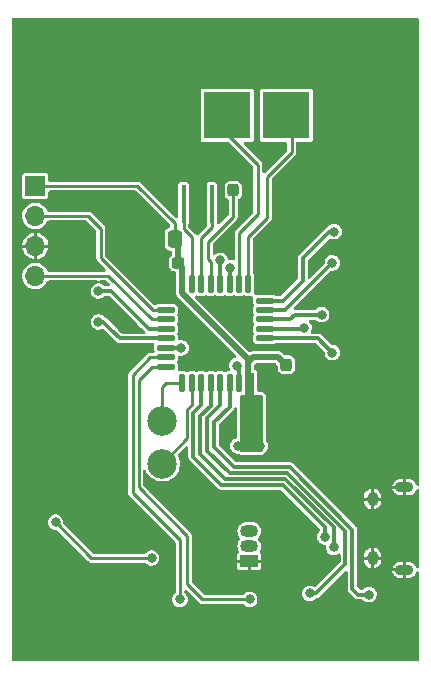
<source format=gbl>
G04 #@! TF.GenerationSoftware,KiCad,Pcbnew,(6.0.9)*
G04 #@! TF.CreationDate,2023-02-13T11:25:36-05:00*
G04 #@! TF.ProjectId,1W Experiments,31572045-7870-4657-9269-6d656e74732e,rev?*
G04 #@! TF.SameCoordinates,Original*
G04 #@! TF.FileFunction,Copper,L2,Bot*
G04 #@! TF.FilePolarity,Positive*
%FSLAX46Y46*%
G04 Gerber Fmt 4.6, Leading zero omitted, Abs format (unit mm)*
G04 Created by KiCad (PCBNEW (6.0.9)) date 2023-02-13 11:25:36*
%MOMM*%
%LPD*%
G01*
G04 APERTURE LIST*
G04 Aperture macros list*
%AMRoundRect*
0 Rectangle with rounded corners*
0 $1 Rounding radius*
0 $2 $3 $4 $5 $6 $7 $8 $9 X,Y pos of 4 corners*
0 Add a 4 corners polygon primitive as box body*
4,1,4,$2,$3,$4,$5,$6,$7,$8,$9,$2,$3,0*
0 Add four circle primitives for the rounded corners*
1,1,$1+$1,$2,$3*
1,1,$1+$1,$4,$5*
1,1,$1+$1,$6,$7*
1,1,$1+$1,$8,$9*
0 Add four rect primitives between the rounded corners*
20,1,$1+$1,$2,$3,$4,$5,0*
20,1,$1+$1,$4,$5,$6,$7,0*
20,1,$1+$1,$6,$7,$8,$9,0*
20,1,$1+$1,$8,$9,$2,$3,0*%
G04 Aperture macros list end*
G04 #@! TA.AperFunction,ComponentPad*
%ADD10O,1.550000X0.890000*%
G04 #@! TD*
G04 #@! TA.AperFunction,ComponentPad*
%ADD11O,0.950000X1.250000*%
G04 #@! TD*
G04 #@! TA.AperFunction,ComponentPad*
%ADD12R,1.500000X1.050000*%
G04 #@! TD*
G04 #@! TA.AperFunction,ComponentPad*
%ADD13O,1.500000X1.050000*%
G04 #@! TD*
G04 #@! TA.AperFunction,ComponentPad*
%ADD14R,1.700000X1.700000*%
G04 #@! TD*
G04 #@! TA.AperFunction,ComponentPad*
%ADD15O,1.700000X1.700000*%
G04 #@! TD*
G04 #@! TA.AperFunction,SMDPad,CuDef*
%ADD16RoundRect,0.237500X-0.300000X-0.237500X0.300000X-0.237500X0.300000X0.237500X-0.300000X0.237500X0*%
G04 #@! TD*
G04 #@! TA.AperFunction,SMDPad,CuDef*
%ADD17RoundRect,0.250000X0.337500X0.475000X-0.337500X0.475000X-0.337500X-0.475000X0.337500X-0.475000X0*%
G04 #@! TD*
G04 #@! TA.AperFunction,SMDPad,CuDef*
%ADD18R,0.400000X3.200000*%
G04 #@! TD*
G04 #@! TA.AperFunction,SMDPad,CuDef*
%ADD19RoundRect,0.237500X0.237500X-0.300000X0.237500X0.300000X-0.237500X0.300000X-0.237500X-0.300000X0*%
G04 #@! TD*
G04 #@! TA.AperFunction,SMDPad,CuDef*
%ADD20R,4.000000X4.000000*%
G04 #@! TD*
G04 #@! TA.AperFunction,SMDPad,CuDef*
%ADD21C,2.500000*%
G04 #@! TD*
G04 #@! TA.AperFunction,SMDPad,CuDef*
%ADD22RoundRect,0.250000X-0.337500X-0.475000X0.337500X-0.475000X0.337500X0.475000X-0.337500X0.475000X0*%
G04 #@! TD*
G04 #@! TA.AperFunction,SMDPad,CuDef*
%ADD23RoundRect,0.125000X-0.125000X0.625000X-0.125000X-0.625000X0.125000X-0.625000X0.125000X0.625000X0*%
G04 #@! TD*
G04 #@! TA.AperFunction,SMDPad,CuDef*
%ADD24RoundRect,0.125000X-0.625000X0.125000X-0.625000X-0.125000X0.625000X-0.125000X0.625000X0.125000X0*%
G04 #@! TD*
G04 #@! TA.AperFunction,SMDPad,CuDef*
%ADD25RoundRect,0.237500X0.300000X0.237500X-0.300000X0.237500X-0.300000X-0.237500X0.300000X-0.237500X0*%
G04 #@! TD*
G04 #@! TA.AperFunction,SMDPad,CuDef*
%ADD26RoundRect,0.237500X-0.237500X0.300000X-0.237500X-0.300000X0.237500X-0.300000X0.237500X0.300000X0*%
G04 #@! TD*
G04 #@! TA.AperFunction,ViaPad*
%ADD27C,0.800000*%
G04 #@! TD*
G04 #@! TA.AperFunction,Conductor*
%ADD28C,0.300000*%
G04 #@! TD*
G04 #@! TA.AperFunction,Conductor*
%ADD29C,0.250000*%
G04 #@! TD*
G04 #@! TA.AperFunction,Conductor*
%ADD30C,0.500000*%
G04 #@! TD*
G04 APERTURE END LIST*
D10*
X106500000Y-120000000D03*
D11*
X103800000Y-114000000D03*
D10*
X106500000Y-113000000D03*
D11*
X103800000Y-119000000D03*
D12*
X93360000Y-119270000D03*
D13*
X93360000Y-118000000D03*
X93360000Y-116730000D03*
D14*
X75250000Y-87500000D03*
D15*
X75250000Y-90040000D03*
X75250000Y-92580000D03*
X75250000Y-95120000D03*
D16*
X93637500Y-106000000D03*
X95362500Y-106000000D03*
D17*
X87037500Y-92000000D03*
X84962500Y-92000000D03*
D18*
X87800000Y-89000000D03*
X89000000Y-89000000D03*
X90200000Y-89000000D03*
D19*
X92000000Y-87862500D03*
X92000000Y-86137500D03*
D20*
X91500000Y-81500000D03*
D21*
X86000000Y-111000000D03*
D20*
X96500000Y-81500000D03*
D21*
X88700000Y-114300000D03*
D22*
X93462500Y-108000000D03*
X95537500Y-108000000D03*
D23*
X87700000Y-95825000D03*
X88500000Y-95825000D03*
X89300000Y-95825000D03*
X90100000Y-95825000D03*
X90900000Y-95825000D03*
X91700000Y-95825000D03*
X92500000Y-95825000D03*
X93300000Y-95825000D03*
D24*
X94675000Y-97200000D03*
X94675000Y-98000000D03*
X94675000Y-98800000D03*
X94675000Y-99600000D03*
X94675000Y-100400000D03*
X94675000Y-101200000D03*
X94675000Y-102000000D03*
X94675000Y-102800000D03*
D23*
X93300000Y-104175000D03*
X92500000Y-104175000D03*
X91700000Y-104175000D03*
X90900000Y-104175000D03*
X90100000Y-104175000D03*
X89300000Y-104175000D03*
X88500000Y-104175000D03*
X87700000Y-104175000D03*
D24*
X86325000Y-102800000D03*
X86325000Y-102000000D03*
X86325000Y-101200000D03*
X86325000Y-100400000D03*
X86325000Y-99600000D03*
X86325000Y-98800000D03*
X86325000Y-98000000D03*
X86325000Y-97200000D03*
D21*
X86000000Y-107400000D03*
D25*
X87362500Y-94000000D03*
X85637500Y-94000000D03*
D26*
X96500000Y-102637500D03*
X96500000Y-104362500D03*
D27*
X106500000Y-109200000D03*
X79500000Y-111000000D03*
X74000000Y-114500000D03*
X79300000Y-122300000D03*
X100000000Y-78500000D03*
X75500000Y-100500000D03*
X81500000Y-79000000D03*
X74500000Y-100500000D03*
X104000000Y-79500000D03*
X92300000Y-98400000D03*
X85700000Y-95200000D03*
X81500000Y-80000000D03*
X106500000Y-108200000D03*
X76000000Y-79000000D03*
X90600000Y-86100000D03*
X91600000Y-108000000D03*
X77500000Y-111000000D03*
X74000000Y-118750000D03*
X97700000Y-104300000D03*
X100000000Y-85000000D03*
X76500000Y-100500000D03*
X106500000Y-110200000D03*
X76000000Y-83500000D03*
X76000000Y-82500000D03*
X81500000Y-83500000D03*
X105000000Y-108200000D03*
X81500000Y-78000000D03*
X105000000Y-109200000D03*
X100000000Y-79500000D03*
X104000000Y-85000000D03*
X100000000Y-77500000D03*
X105000000Y-110200000D03*
X100000000Y-84000000D03*
X76000000Y-78000000D03*
X100000000Y-83000000D03*
X85000000Y-90400000D03*
X94700000Y-104200000D03*
X90100000Y-101000000D03*
X76000000Y-84500000D03*
X104000000Y-78500000D03*
X74000000Y-117750000D03*
X95600000Y-109500000D03*
X88500000Y-99500000D03*
X96600000Y-105800000D03*
X74000000Y-113500000D03*
X74000000Y-112500000D03*
X81500000Y-82500000D03*
X74000000Y-119750000D03*
X76000000Y-80000000D03*
X104000000Y-84000000D03*
X78500000Y-111000000D03*
X81500000Y-84500000D03*
X104000000Y-83000000D03*
X104000000Y-77500000D03*
X85090000Y-119000000D03*
X76962500Y-115962500D03*
X93360000Y-109510000D03*
X92400000Y-109500000D03*
X94300000Y-109500000D03*
X87600000Y-101200000D03*
X92300000Y-102700000D03*
X100400000Y-101600000D03*
X99500000Y-98400000D03*
X98000000Y-99500000D03*
X100400000Y-94000000D03*
X80600000Y-99000000D03*
X80600000Y-96400000D03*
X100540000Y-91360000D03*
X90900000Y-93800000D03*
X91700000Y-94400000D03*
X103500000Y-122100000D03*
X98500000Y-122000000D03*
X93400000Y-122500000D03*
X87500000Y-122500000D03*
X100500000Y-118100000D03*
X99750500Y-117200000D03*
D28*
X87300000Y-97200000D02*
X88500000Y-98400000D01*
X86325000Y-97200000D02*
X87300000Y-97200000D01*
X88500000Y-98400000D02*
X88500000Y-99500000D01*
D29*
X80000000Y-119000000D02*
X76962500Y-115962500D01*
X85090000Y-119000000D02*
X80000000Y-119000000D01*
X83900000Y-87500000D02*
X87037500Y-90637500D01*
D30*
X93550000Y-102150000D02*
X93700000Y-102000000D01*
X95800000Y-102000000D02*
X96437500Y-102637500D01*
X87362500Y-92325000D02*
X87037500Y-92000000D01*
X93300000Y-104175000D02*
X93300000Y-102400000D01*
X87700000Y-96588173D02*
X87700000Y-95825000D01*
X93300000Y-102400000D02*
X93550000Y-102150000D01*
X96437500Y-102637500D02*
X96500000Y-102637500D01*
X87700000Y-95825000D02*
X87700000Y-94337500D01*
X87700000Y-94337500D02*
X87362500Y-94000000D01*
X93550000Y-102150000D02*
X93261827Y-102150000D01*
D29*
X87037500Y-90637500D02*
X87037500Y-92000000D01*
D30*
X87362500Y-94000000D02*
X87362500Y-92325000D01*
X93261827Y-102150000D02*
X87700000Y-96588173D01*
X93700000Y-102000000D02*
X94675000Y-102000000D01*
D29*
X75250000Y-87500000D02*
X83900000Y-87500000D01*
D30*
X94675000Y-102000000D02*
X95800000Y-102000000D01*
D29*
X90100000Y-93900000D02*
X89900000Y-93700000D01*
X89900000Y-93700000D02*
X89900000Y-92200000D01*
X92000000Y-90100000D02*
X92000000Y-87862500D01*
X89900000Y-92200000D02*
X92000000Y-90100000D01*
X90100000Y-95825000D02*
X90100000Y-93900000D01*
D28*
X86325000Y-101200000D02*
X87600000Y-101200000D01*
X92500000Y-104175000D02*
X92500000Y-102900000D01*
X92500000Y-102900000D02*
X92300000Y-102700000D01*
X94675000Y-100400000D02*
X99200000Y-100400000D01*
X99200000Y-100400000D02*
X100400000Y-101600000D01*
X96800000Y-98800000D02*
X94675000Y-98800000D01*
X99500000Y-98400000D02*
X97200000Y-98400000D01*
X97200000Y-98400000D02*
X96800000Y-98800000D01*
X94675000Y-99600000D02*
X97900000Y-99600000D01*
X97900000Y-99600000D02*
X98000000Y-99500000D01*
X96400000Y-98000000D02*
X94675000Y-98000000D01*
X100400000Y-94000000D02*
X96400000Y-98000000D01*
X82400000Y-100400000D02*
X81700000Y-99700000D01*
X86325000Y-100400000D02*
X82400000Y-100400000D01*
X81700000Y-99700000D02*
X81000000Y-99000000D01*
X81000000Y-99000000D02*
X80600000Y-99000000D01*
X84200000Y-98900000D02*
X81700000Y-96400000D01*
X84900000Y-99600000D02*
X84200000Y-98900000D01*
X81700000Y-96400000D02*
X80600000Y-96400000D01*
X86325000Y-99600000D02*
X84900000Y-99600000D01*
X96200000Y-97200000D02*
X94675000Y-97200000D01*
X97900000Y-95500000D02*
X96200000Y-97200000D01*
X100140000Y-91360000D02*
X97900000Y-93600000D01*
X97900000Y-93600000D02*
X97900000Y-95500000D01*
X100540000Y-91360000D02*
X100140000Y-91360000D01*
X90900000Y-95825000D02*
X90900000Y-93800000D01*
X91700000Y-95825000D02*
X91700000Y-94400000D01*
D29*
X91500000Y-83100000D02*
X91500000Y-81500000D01*
X92500000Y-95825000D02*
X92500000Y-91500000D01*
X94100000Y-85700000D02*
X91500000Y-83100000D01*
X92500000Y-91500000D02*
X94100000Y-89900000D01*
X94100000Y-89900000D02*
X94100000Y-85700000D01*
X96950000Y-84650000D02*
X94900000Y-86700000D01*
X93300000Y-91800000D02*
X93300000Y-95825000D01*
X96950000Y-81500000D02*
X96950000Y-84650000D01*
X94900000Y-86700000D02*
X94900000Y-90200000D01*
X94900000Y-90200000D02*
X93300000Y-91800000D01*
X80800000Y-93600000D02*
X80800000Y-91100000D01*
X85200000Y-98000000D02*
X80800000Y-93600000D01*
X80800000Y-91100000D02*
X79740000Y-90040000D01*
X79740000Y-90040000D02*
X75250000Y-90040000D01*
X86325000Y-98000000D02*
X85200000Y-98000000D01*
D28*
X102100000Y-116592894D02*
X96807106Y-111300000D01*
X92100000Y-111300000D02*
X90400000Y-109600000D01*
X91700000Y-106200000D02*
X91700000Y-104175000D01*
X96807106Y-111300000D02*
X92100000Y-111300000D01*
X102100000Y-121600000D02*
X102100000Y-116592894D01*
X103500000Y-122100000D02*
X102600000Y-122100000D01*
X90400000Y-107500000D02*
X91700000Y-106200000D01*
X102600000Y-122100000D02*
X102100000Y-121600000D01*
X90400000Y-109600000D02*
X90400000Y-107500000D01*
X90900000Y-106000000D02*
X90900000Y-104175000D01*
X98500000Y-122000000D02*
X99000000Y-122000000D01*
X91700000Y-111800000D02*
X89800000Y-109900000D01*
X96600000Y-111800000D02*
X91700000Y-111800000D01*
X99000000Y-122000000D02*
X101500000Y-119500000D01*
X89800000Y-107100000D02*
X90900000Y-106000000D01*
X101500000Y-119500000D02*
X101500000Y-116700000D01*
X89800000Y-109900000D02*
X89800000Y-107100000D01*
X101500000Y-116700000D02*
X96600000Y-111800000D01*
D29*
X88125000Y-108875000D02*
X86000000Y-111000000D01*
X88500000Y-104175000D02*
X88500000Y-106000000D01*
X88125000Y-106375000D02*
X88125000Y-108875000D01*
X88500000Y-106000000D02*
X88125000Y-106375000D01*
X87700000Y-104175000D02*
X86325000Y-104175000D01*
X86000000Y-104500000D02*
X86000000Y-106500000D01*
X86325000Y-104175000D02*
X86000000Y-104500000D01*
X89400000Y-122500000D02*
X88100000Y-121200000D01*
X84000000Y-113000000D02*
X84000000Y-103900000D01*
X85100000Y-102800000D02*
X86325000Y-102800000D01*
X93400000Y-122500000D02*
X89400000Y-122500000D01*
X84000000Y-103900000D02*
X85100000Y-102800000D01*
X88100000Y-121200000D02*
X88100000Y-117100000D01*
X88100000Y-117100000D02*
X84000000Y-113000000D01*
X83500000Y-113500000D02*
X83500000Y-103500000D01*
X83500000Y-103500000D02*
X85000000Y-102000000D01*
X85000000Y-102000000D02*
X86325000Y-102000000D01*
X87500000Y-117500000D02*
X83500000Y-113500000D01*
X87500000Y-122500000D02*
X87500000Y-117500000D01*
X87800000Y-91100000D02*
X87800000Y-89000000D01*
X88500000Y-91800000D02*
X87800000Y-91100000D01*
X88500000Y-95825000D02*
X88500000Y-91800000D01*
X89300000Y-91900000D02*
X90200000Y-91000000D01*
X89300000Y-95825000D02*
X89300000Y-91900000D01*
X90200000Y-91000000D02*
X90200000Y-89000000D01*
D28*
X100500000Y-116407106D02*
X96392894Y-112300000D01*
X91300000Y-112300000D02*
X89200000Y-110200000D01*
X89200000Y-110200000D02*
X89200000Y-106992894D01*
X89200000Y-106992894D02*
X90100000Y-106092894D01*
X100500000Y-118100000D02*
X100500000Y-116407106D01*
X90100000Y-106092894D02*
X90100000Y-104175000D01*
X96392894Y-112300000D02*
X91300000Y-112300000D01*
X89300000Y-106000000D02*
X88600000Y-106700000D01*
X88600000Y-110403553D02*
X90996447Y-112800000D01*
X88600000Y-106700000D02*
X88600000Y-110403553D01*
X96185788Y-112800000D02*
X99750500Y-116364712D01*
X89300000Y-104175000D02*
X89300000Y-106000000D01*
X90996447Y-112800000D02*
X96185788Y-112800000D01*
X99750500Y-116364712D02*
X99750500Y-117200000D01*
D29*
X85100000Y-98800000D02*
X81420000Y-95120000D01*
X86325000Y-98800000D02*
X85100000Y-98800000D01*
X81420000Y-95120000D02*
X75250000Y-95120000D01*
G04 #@! TA.AperFunction,Conductor*
G36*
X107687621Y-73274502D02*
G01*
X107734114Y-73328158D01*
X107745500Y-73380500D01*
X107745500Y-112754338D01*
X107725498Y-112822459D01*
X107671842Y-112868952D01*
X107601568Y-112879056D01*
X107536988Y-112849562D01*
X107496982Y-112783753D01*
X107491746Y-112761946D01*
X107486490Y-112747813D01*
X107415859Y-112610967D01*
X107407384Y-112598495D01*
X107306154Y-112482453D01*
X107294940Y-112472356D01*
X107168959Y-112383815D01*
X107155655Y-112376682D01*
X107012187Y-112320747D01*
X106997582Y-112316997D01*
X106880161Y-112301538D01*
X106871952Y-112301000D01*
X106645115Y-112301000D01*
X106629876Y-112305475D01*
X106628671Y-112306865D01*
X106627000Y-112314548D01*
X106627000Y-113680885D01*
X106631475Y-113696124D01*
X106632865Y-113697329D01*
X106640548Y-113699000D01*
X106868637Y-113699000D01*
X106876192Y-113698544D01*
X106990420Y-113684721D01*
X107005062Y-113681125D01*
X107149119Y-113626690D01*
X107162480Y-113619705D01*
X107289393Y-113532481D01*
X107300705Y-113522508D01*
X107403146Y-113407531D01*
X107411754Y-113395145D01*
X107483812Y-113259051D01*
X107489216Y-113244974D01*
X107497296Y-113212806D01*
X107533291Y-113151610D01*
X107596656Y-113119589D01*
X107667274Y-113126909D01*
X107722725Y-113171247D01*
X107745500Y-113243501D01*
X107745500Y-119754338D01*
X107725498Y-119822459D01*
X107671842Y-119868952D01*
X107601568Y-119879056D01*
X107536988Y-119849562D01*
X107496982Y-119783753D01*
X107491746Y-119761946D01*
X107486490Y-119747813D01*
X107415859Y-119610967D01*
X107407384Y-119598495D01*
X107306154Y-119482453D01*
X107294940Y-119472356D01*
X107168959Y-119383815D01*
X107155655Y-119376682D01*
X107012187Y-119320747D01*
X106997582Y-119316997D01*
X106880161Y-119301538D01*
X106871952Y-119301000D01*
X106645115Y-119301000D01*
X106629876Y-119305475D01*
X106628671Y-119306865D01*
X106627000Y-119314548D01*
X106627000Y-120680885D01*
X106631475Y-120696124D01*
X106632865Y-120697329D01*
X106640548Y-120699000D01*
X106868637Y-120699000D01*
X106876192Y-120698544D01*
X106990420Y-120684721D01*
X107005062Y-120681125D01*
X107149119Y-120626690D01*
X107162480Y-120619705D01*
X107289393Y-120532481D01*
X107300705Y-120522508D01*
X107403146Y-120407531D01*
X107411754Y-120395145D01*
X107483812Y-120259051D01*
X107489216Y-120244974D01*
X107497296Y-120212806D01*
X107533291Y-120151610D01*
X107596656Y-120119589D01*
X107667274Y-120126909D01*
X107722725Y-120171247D01*
X107745500Y-120243501D01*
X107745500Y-127619500D01*
X107725498Y-127687621D01*
X107671842Y-127734114D01*
X107619500Y-127745500D01*
X73380500Y-127745500D01*
X73312379Y-127725498D01*
X73265886Y-127671842D01*
X73254500Y-127619500D01*
X73254500Y-115955596D01*
X76303229Y-115955596D01*
X76311921Y-116034325D01*
X76316018Y-116071430D01*
X76320613Y-116113053D01*
X76323223Y-116120184D01*
X76323223Y-116120186D01*
X76371846Y-116253054D01*
X76375053Y-116261819D01*
X76379289Y-116268122D01*
X76379289Y-116268123D01*
X76449129Y-116372055D01*
X76463408Y-116393305D01*
X76469027Y-116398418D01*
X76469028Y-116398419D01*
X76567902Y-116488387D01*
X76580576Y-116499919D01*
X76719793Y-116575508D01*
X76873022Y-116615707D01*
X76969638Y-116617225D01*
X77031272Y-116618193D01*
X77099070Y-116639262D01*
X77118388Y-116655082D01*
X79693522Y-119230216D01*
X79708664Y-119248964D01*
X79709779Y-119250189D01*
X79715429Y-119258940D01*
X79723607Y-119265387D01*
X79723609Y-119265389D01*
X79741800Y-119279729D01*
X79746241Y-119283675D01*
X79746303Y-119283602D01*
X79750267Y-119286961D01*
X79753944Y-119290638D01*
X79769692Y-119301892D01*
X79774362Y-119305398D01*
X79814647Y-119337156D01*
X79823281Y-119340188D01*
X79830734Y-119345514D01*
X79879850Y-119360203D01*
X79885492Y-119362036D01*
X79926367Y-119376390D01*
X79933851Y-119379018D01*
X79939416Y-119379500D01*
X79942124Y-119379500D01*
X79944758Y-119379614D01*
X79944856Y-119379643D01*
X79944849Y-119379807D01*
X79945553Y-119379851D01*
X79951778Y-119381713D01*
X80005635Y-119379597D01*
X80010582Y-119379500D01*
X84490141Y-119379500D01*
X84558262Y-119399502D01*
X84585522Y-119423169D01*
X84586672Y-119424501D01*
X84590908Y-119430805D01*
X84708076Y-119537419D01*
X84847293Y-119613008D01*
X85000522Y-119653207D01*
X85084477Y-119654526D01*
X85151319Y-119655576D01*
X85151322Y-119655576D01*
X85158916Y-119655695D01*
X85313332Y-119620329D01*
X85383742Y-119584917D01*
X85448072Y-119552563D01*
X85448075Y-119552561D01*
X85454855Y-119549151D01*
X85460626Y-119544222D01*
X85460629Y-119544220D01*
X85569536Y-119451204D01*
X85569536Y-119451203D01*
X85575314Y-119446269D01*
X85667755Y-119317624D01*
X85726842Y-119170641D01*
X85749162Y-119013807D01*
X85749307Y-119000000D01*
X85730276Y-118842733D01*
X85674280Y-118694546D01*
X85635018Y-118637419D01*
X85588855Y-118570251D01*
X85588854Y-118570249D01*
X85584553Y-118563992D01*
X85567261Y-118548585D01*
X85546045Y-118529683D01*
X85466275Y-118458611D01*
X85458889Y-118454700D01*
X85388864Y-118417624D01*
X85326274Y-118384484D01*
X85172633Y-118345892D01*
X85165034Y-118345852D01*
X85165033Y-118345852D01*
X85099181Y-118345507D01*
X85014221Y-118345062D01*
X85006841Y-118346834D01*
X85006839Y-118346834D01*
X84867563Y-118380271D01*
X84867560Y-118380272D01*
X84860184Y-118382043D01*
X84719414Y-118454700D01*
X84600039Y-118558838D01*
X84595672Y-118565051D01*
X84595667Y-118565057D01*
X84594336Y-118566951D01*
X84593013Y-118568005D01*
X84590589Y-118570697D01*
X84590140Y-118570293D01*
X84538802Y-118611183D01*
X84491250Y-118620500D01*
X80209384Y-118620500D01*
X80141263Y-118600498D01*
X80120289Y-118583595D01*
X77652643Y-116115949D01*
X77618617Y-116053637D01*
X77616995Y-116009101D01*
X77621081Y-115980392D01*
X77621081Y-115980386D01*
X77621662Y-115976307D01*
X77621756Y-115967379D01*
X77621764Y-115966634D01*
X77621764Y-115966628D01*
X77621807Y-115962500D01*
X77620403Y-115950893D01*
X77603688Y-115812773D01*
X77602776Y-115805233D01*
X77546780Y-115657046D01*
X77457053Y-115526492D01*
X77338775Y-115421111D01*
X77331389Y-115417200D01*
X77205488Y-115350539D01*
X77205489Y-115350539D01*
X77198774Y-115346984D01*
X77045133Y-115308392D01*
X77037534Y-115308352D01*
X77037533Y-115308352D01*
X76971681Y-115308007D01*
X76886721Y-115307562D01*
X76879341Y-115309334D01*
X76879339Y-115309334D01*
X76740063Y-115342771D01*
X76740060Y-115342772D01*
X76732684Y-115344543D01*
X76591914Y-115417200D01*
X76472539Y-115521338D01*
X76381450Y-115650944D01*
X76323906Y-115798537D01*
X76303229Y-115955596D01*
X73254500Y-115955596D01*
X73254500Y-95090964D01*
X74141148Y-95090964D01*
X74154424Y-95293522D01*
X74155845Y-95299118D01*
X74155846Y-95299123D01*
X74173683Y-95369355D01*
X74204392Y-95490269D01*
X74206809Y-95495512D01*
X74241803Y-95571419D01*
X74289377Y-95674616D01*
X74292710Y-95679332D01*
X74367759Y-95785524D01*
X74406533Y-95840389D01*
X74551938Y-95982035D01*
X74720720Y-96094812D01*
X74726023Y-96097090D01*
X74726026Y-96097092D01*
X74814707Y-96135192D01*
X74907228Y-96174942D01*
X74980244Y-96191464D01*
X75099579Y-96218467D01*
X75099584Y-96218468D01*
X75105216Y-96219742D01*
X75110987Y-96219969D01*
X75110989Y-96219969D01*
X75170756Y-96222317D01*
X75308053Y-96227712D01*
X75408499Y-96213148D01*
X75503231Y-96199413D01*
X75503236Y-96199412D01*
X75508945Y-96198584D01*
X75514409Y-96196729D01*
X75514414Y-96196728D01*
X75695693Y-96135192D01*
X75695698Y-96135190D01*
X75701165Y-96133334D01*
X75878276Y-96034147D01*
X75940934Y-95982035D01*
X76029913Y-95908031D01*
X76034345Y-95904345D01*
X76091463Y-95835669D01*
X76160453Y-95752718D01*
X76160455Y-95752715D01*
X76164147Y-95748276D01*
X76263334Y-95571165D01*
X76263787Y-95571419D01*
X76307368Y-95520151D01*
X76376488Y-95499500D01*
X80482490Y-95499500D01*
X80550611Y-95519502D01*
X80597104Y-95573158D01*
X80601358Y-95602743D01*
X80603951Y-95577725D01*
X80648289Y-95522275D01*
X80720543Y-95499500D01*
X81210616Y-95499500D01*
X81278737Y-95519502D01*
X81299711Y-95536405D01*
X81543711Y-95780405D01*
X81577737Y-95842717D01*
X81572672Y-95913532D01*
X81530125Y-95970368D01*
X81463605Y-95995179D01*
X81454616Y-95995500D01*
X81177906Y-95995500D01*
X81109785Y-95975498D01*
X81094087Y-95963577D01*
X81027606Y-95904345D01*
X80976275Y-95858611D01*
X80968889Y-95854700D01*
X80842988Y-95788039D01*
X80842989Y-95788039D01*
X80836274Y-95784484D01*
X80689847Y-95747704D01*
X80628652Y-95711709D01*
X80601008Y-95657006D01*
X80577714Y-95708012D01*
X80511904Y-95748019D01*
X80377563Y-95780271D01*
X80377560Y-95780272D01*
X80370184Y-95782043D01*
X80229414Y-95854700D01*
X80110039Y-95958838D01*
X80018950Y-96088444D01*
X80002549Y-96130510D01*
X79964652Y-96227712D01*
X79961406Y-96236037D01*
X79940729Y-96393096D01*
X79941563Y-96400646D01*
X79955795Y-96529554D01*
X79958113Y-96550553D01*
X79960723Y-96557684D01*
X79960723Y-96557686D01*
X79986760Y-96628835D01*
X80012553Y-96699319D01*
X80016789Y-96705622D01*
X80016789Y-96705623D01*
X80093926Y-96820414D01*
X80100908Y-96830805D01*
X80106527Y-96835918D01*
X80106528Y-96835919D01*
X80211341Y-96931291D01*
X80218076Y-96937419D01*
X80357293Y-97013008D01*
X80510522Y-97053207D01*
X80594477Y-97054526D01*
X80661319Y-97055576D01*
X80661322Y-97055576D01*
X80668916Y-97055695D01*
X80823332Y-97020329D01*
X80916856Y-96973292D01*
X80958072Y-96952563D01*
X80958075Y-96952561D01*
X80964855Y-96949151D01*
X80970626Y-96944222D01*
X80970629Y-96944220D01*
X81079537Y-96851203D01*
X81085314Y-96846269D01*
X81086855Y-96844125D01*
X81145875Y-96808610D01*
X81177793Y-96804500D01*
X81480260Y-96804500D01*
X81548381Y-96824502D01*
X81569355Y-96841405D01*
X83891465Y-99163515D01*
X84227951Y-99500000D01*
X84508356Y-99780405D01*
X84542382Y-99842717D01*
X84537317Y-99913532D01*
X84494770Y-99970368D01*
X84428250Y-99995179D01*
X84419261Y-99995500D01*
X82619740Y-99995500D01*
X82551619Y-99975498D01*
X82530644Y-99958595D01*
X82249745Y-99677695D01*
X81963515Y-99391465D01*
X81963512Y-99391463D01*
X81263515Y-98691465D01*
X81263501Y-98691452D01*
X81240723Y-98668674D01*
X81220844Y-98658545D01*
X81203989Y-98648216D01*
X81193953Y-98640925D01*
X81185929Y-98635095D01*
X81171880Y-98630530D01*
X81113274Y-98590459D01*
X81106973Y-98582063D01*
X81098853Y-98570248D01*
X81098852Y-98570246D01*
X81094553Y-98563992D01*
X80976275Y-98458611D01*
X80968889Y-98454700D01*
X80891655Y-98413807D01*
X80836274Y-98384484D01*
X80682633Y-98345892D01*
X80675034Y-98345852D01*
X80675033Y-98345852D01*
X80609181Y-98345507D01*
X80524221Y-98345062D01*
X80516841Y-98346834D01*
X80516839Y-98346834D01*
X80377563Y-98380271D01*
X80377560Y-98380272D01*
X80370184Y-98382043D01*
X80229414Y-98454700D01*
X80110039Y-98558838D01*
X80018950Y-98688444D01*
X80016190Y-98695524D01*
X79973294Y-98805547D01*
X79961406Y-98836037D01*
X79960414Y-98843570D01*
X79960414Y-98843571D01*
X79942400Y-98980405D01*
X79940729Y-98993096D01*
X79958113Y-99150553D01*
X79960723Y-99157684D01*
X79960723Y-99157686D01*
X79995082Y-99251576D01*
X80012553Y-99299319D01*
X80016789Y-99305622D01*
X80016789Y-99305623D01*
X80074477Y-99391471D01*
X80100908Y-99430805D01*
X80106527Y-99435918D01*
X80106528Y-99435919D01*
X80196615Y-99517891D01*
X80218076Y-99537419D01*
X80357293Y-99613008D01*
X80510522Y-99653207D01*
X80594477Y-99654526D01*
X80661319Y-99655576D01*
X80661322Y-99655576D01*
X80668916Y-99655695D01*
X80823332Y-99620329D01*
X80891670Y-99585959D01*
X80961513Y-99573221D01*
X81027157Y-99600265D01*
X81037378Y-99609428D01*
X81245575Y-99817624D01*
X81391463Y-99963512D01*
X81391465Y-99963515D01*
X82068674Y-100640723D01*
X82159277Y-100731326D01*
X82179164Y-100741459D01*
X82196023Y-100751791D01*
X82205864Y-100758941D01*
X82214071Y-100764904D01*
X82223506Y-100767969D01*
X82223507Y-100767970D01*
X82235296Y-100771801D01*
X82253560Y-100779366D01*
X82273445Y-100789498D01*
X82294969Y-100792907D01*
X82295493Y-100792990D01*
X82314718Y-100797606D01*
X82324133Y-100800665D01*
X82335934Y-100804499D01*
X82368162Y-100804499D01*
X82368166Y-100804500D01*
X85211675Y-100804500D01*
X85279796Y-100824502D01*
X85326289Y-100878158D01*
X85336393Y-100948432D01*
X85333806Y-100959931D01*
X85331288Y-100965082D01*
X85320500Y-101039032D01*
X85320500Y-101360968D01*
X85331481Y-101435561D01*
X85335797Y-101444352D01*
X85338703Y-101453703D01*
X85335849Y-101454590D01*
X85345221Y-101508940D01*
X85317544Y-101574320D01*
X85258913Y-101614357D01*
X85220051Y-101620500D01*
X85053920Y-101620500D01*
X85029973Y-101617951D01*
X85028307Y-101617872D01*
X85018124Y-101615680D01*
X85007782Y-101616904D01*
X85007779Y-101616904D01*
X84984787Y-101619626D01*
X84978846Y-101619977D01*
X84978854Y-101620072D01*
X84973674Y-101620500D01*
X84968476Y-101620500D01*
X84963354Y-101621353D01*
X84963349Y-101621353D01*
X84949427Y-101623671D01*
X84943550Y-101624508D01*
X84937049Y-101625277D01*
X84902997Y-101629307D01*
X84902995Y-101629308D01*
X84892659Y-101630531D01*
X84884410Y-101634492D01*
X84875374Y-101635996D01*
X84866205Y-101640943D01*
X84866203Y-101640944D01*
X84830240Y-101660348D01*
X84824951Y-101663043D01*
X84785915Y-101681788D01*
X84778768Y-101685220D01*
X84774492Y-101688814D01*
X84772552Y-101690754D01*
X84770641Y-101692507D01*
X84770551Y-101692556D01*
X84770439Y-101692433D01*
X84769904Y-101692905D01*
X84764186Y-101695990D01*
X84757119Y-101703635D01*
X84727584Y-101735586D01*
X84724154Y-101739152D01*
X83269784Y-103193522D01*
X83251036Y-103208664D01*
X83249811Y-103209779D01*
X83241060Y-103215429D01*
X83234613Y-103223607D01*
X83234611Y-103223609D01*
X83220271Y-103241800D01*
X83216325Y-103246241D01*
X83216398Y-103246303D01*
X83213039Y-103250267D01*
X83209362Y-103253944D01*
X83198108Y-103269692D01*
X83194602Y-103274362D01*
X83162844Y-103314647D01*
X83159812Y-103323281D01*
X83154486Y-103330734D01*
X83151501Y-103340715D01*
X83139799Y-103379844D01*
X83137964Y-103385492D01*
X83123739Y-103426000D01*
X83120982Y-103433851D01*
X83120500Y-103439416D01*
X83120500Y-103442124D01*
X83120386Y-103444758D01*
X83120357Y-103444856D01*
X83120193Y-103444849D01*
X83120149Y-103445553D01*
X83118287Y-103451778D01*
X83118696Y-103462183D01*
X83120403Y-103505635D01*
X83120500Y-103510582D01*
X83120500Y-113446080D01*
X83117951Y-113470028D01*
X83117872Y-113471693D01*
X83115680Y-113481876D01*
X83116904Y-113492217D01*
X83119627Y-113515223D01*
X83119977Y-113521154D01*
X83120072Y-113521146D01*
X83120500Y-113526324D01*
X83120500Y-113531524D01*
X83121354Y-113536653D01*
X83121354Y-113536656D01*
X83123669Y-113550565D01*
X83124506Y-113556443D01*
X83128199Y-113587642D01*
X83130530Y-113607341D01*
X83134493Y-113615593D01*
X83135996Y-113624626D01*
X83140943Y-113633795D01*
X83140944Y-113633797D01*
X83160334Y-113669732D01*
X83163031Y-113675025D01*
X83181785Y-113714082D01*
X83181788Y-113714086D01*
X83185219Y-113721232D01*
X83188814Y-113725508D01*
X83190737Y-113727431D01*
X83192509Y-113729363D01*
X83192552Y-113729442D01*
X83192428Y-113729555D01*
X83192904Y-113730095D01*
X83195990Y-113735814D01*
X83203635Y-113742881D01*
X83235586Y-113772416D01*
X83239152Y-113775846D01*
X87083595Y-117620289D01*
X87117621Y-117682601D01*
X87120500Y-117709384D01*
X87120500Y-121905187D01*
X87100498Y-121973308D01*
X87077330Y-122000135D01*
X87010039Y-122058838D01*
X86918950Y-122188444D01*
X86916190Y-122195524D01*
X86865978Y-122324311D01*
X86861406Y-122336037D01*
X86860414Y-122343570D01*
X86860414Y-122343571D01*
X86843533Y-122471801D01*
X86840729Y-122493096D01*
X86849421Y-122571825D01*
X86856099Y-122632309D01*
X86858113Y-122650553D01*
X86860723Y-122657684D01*
X86860723Y-122657686D01*
X86900137Y-122765389D01*
X86912553Y-122799319D01*
X86916789Y-122805622D01*
X86916789Y-122805623D01*
X86967920Y-122881713D01*
X87000908Y-122930805D01*
X87006525Y-122935916D01*
X87006528Y-122935919D01*
X87017903Y-122946269D01*
X87118076Y-123037419D01*
X87257293Y-123113008D01*
X87410522Y-123153207D01*
X87494477Y-123154526D01*
X87561319Y-123155576D01*
X87561322Y-123155576D01*
X87568916Y-123155695D01*
X87723332Y-123120329D01*
X87793742Y-123084917D01*
X87858072Y-123052563D01*
X87858075Y-123052561D01*
X87864855Y-123049151D01*
X87870626Y-123044222D01*
X87870629Y-123044220D01*
X87979536Y-122951204D01*
X87979536Y-122951203D01*
X87985314Y-122946269D01*
X88077755Y-122817624D01*
X88136842Y-122670641D01*
X88145560Y-122609385D01*
X88158581Y-122517891D01*
X88158581Y-122517888D01*
X88159162Y-122513807D01*
X88159307Y-122500000D01*
X88157492Y-122484997D01*
X88152767Y-122445957D01*
X88140276Y-122342733D01*
X88084280Y-122194546D01*
X88028790Y-122113807D01*
X87998855Y-122070251D01*
X87998854Y-122070249D01*
X87994553Y-122063992D01*
X87921681Y-121999065D01*
X87884126Y-121938816D01*
X87879500Y-121904989D01*
X87879500Y-121820384D01*
X87899502Y-121752263D01*
X87953158Y-121705770D01*
X88023432Y-121695666D01*
X88088012Y-121725160D01*
X88094595Y-121731289D01*
X89093522Y-122730216D01*
X89108664Y-122748964D01*
X89109779Y-122750189D01*
X89115429Y-122758940D01*
X89123607Y-122765387D01*
X89123609Y-122765389D01*
X89141800Y-122779729D01*
X89146241Y-122783675D01*
X89146303Y-122783602D01*
X89150267Y-122786961D01*
X89153944Y-122790638D01*
X89169692Y-122801892D01*
X89174362Y-122805398D01*
X89214647Y-122837156D01*
X89223281Y-122840188D01*
X89230734Y-122845514D01*
X89279850Y-122860203D01*
X89285492Y-122862036D01*
X89326367Y-122876390D01*
X89333851Y-122879018D01*
X89339416Y-122879500D01*
X89342124Y-122879500D01*
X89344758Y-122879614D01*
X89344856Y-122879643D01*
X89344849Y-122879807D01*
X89345553Y-122879851D01*
X89351778Y-122881713D01*
X89405635Y-122879597D01*
X89410582Y-122879500D01*
X92800141Y-122879500D01*
X92868262Y-122899502D01*
X92895522Y-122923169D01*
X92896671Y-122924500D01*
X92900908Y-122930805D01*
X93018076Y-123037419D01*
X93157293Y-123113008D01*
X93310522Y-123153207D01*
X93394477Y-123154526D01*
X93461319Y-123155576D01*
X93461322Y-123155576D01*
X93468916Y-123155695D01*
X93623332Y-123120329D01*
X93693742Y-123084917D01*
X93758072Y-123052563D01*
X93758075Y-123052561D01*
X93764855Y-123049151D01*
X93770626Y-123044222D01*
X93770629Y-123044220D01*
X93879536Y-122951204D01*
X93879536Y-122951203D01*
X93885314Y-122946269D01*
X93977755Y-122817624D01*
X94036842Y-122670641D01*
X94045560Y-122609385D01*
X94058581Y-122517891D01*
X94058581Y-122517888D01*
X94059162Y-122513807D01*
X94059307Y-122500000D01*
X94057492Y-122484997D01*
X94052767Y-122445957D01*
X94040276Y-122342733D01*
X93984280Y-122194546D01*
X93928790Y-122113807D01*
X93898855Y-122070251D01*
X93898854Y-122070249D01*
X93894553Y-122063992D01*
X93776275Y-121958611D01*
X93768889Y-121954700D01*
X93642988Y-121888039D01*
X93642989Y-121888039D01*
X93636274Y-121884484D01*
X93482633Y-121845892D01*
X93475034Y-121845852D01*
X93475033Y-121845852D01*
X93409181Y-121845507D01*
X93324221Y-121845062D01*
X93316841Y-121846834D01*
X93316839Y-121846834D01*
X93177563Y-121880271D01*
X93177560Y-121880272D01*
X93170184Y-121882043D01*
X93029414Y-121954700D01*
X92910039Y-122058838D01*
X92905672Y-122065051D01*
X92905667Y-122065057D01*
X92904336Y-122066951D01*
X92903013Y-122068005D01*
X92900589Y-122070697D01*
X92900140Y-122070293D01*
X92848802Y-122111183D01*
X92801250Y-122120500D01*
X89609384Y-122120500D01*
X89541263Y-122100498D01*
X89520289Y-122083595D01*
X88516405Y-121079711D01*
X88482379Y-121017399D01*
X88479500Y-120990616D01*
X88479500Y-119813828D01*
X92356001Y-119813828D01*
X92357209Y-119826088D01*
X92368315Y-119881931D01*
X92377633Y-119904427D01*
X92419983Y-119967808D01*
X92437192Y-119985017D01*
X92500575Y-120027368D01*
X92523066Y-120036684D01*
X92578915Y-120047793D01*
X92591170Y-120049000D01*
X93214885Y-120049000D01*
X93230124Y-120044525D01*
X93231329Y-120043135D01*
X93233000Y-120035452D01*
X93233000Y-120030884D01*
X93487000Y-120030884D01*
X93491475Y-120046123D01*
X93492865Y-120047328D01*
X93500548Y-120048999D01*
X94128828Y-120048999D01*
X94141088Y-120047791D01*
X94196931Y-120036685D01*
X94219427Y-120027367D01*
X94282808Y-119985017D01*
X94300017Y-119967808D01*
X94342368Y-119904425D01*
X94351684Y-119881934D01*
X94362793Y-119826085D01*
X94364000Y-119813830D01*
X94364000Y-119415115D01*
X94359525Y-119399876D01*
X94358135Y-119398671D01*
X94350452Y-119397000D01*
X93505115Y-119397000D01*
X93489876Y-119401475D01*
X93488671Y-119402865D01*
X93487000Y-119410548D01*
X93487000Y-120030884D01*
X93233000Y-120030884D01*
X93233000Y-119415115D01*
X93228525Y-119399876D01*
X93227135Y-119398671D01*
X93219452Y-119397000D01*
X92374116Y-119397000D01*
X92358877Y-119401475D01*
X92357672Y-119402865D01*
X92356001Y-119410548D01*
X92356001Y-119813828D01*
X88479500Y-119813828D01*
X88479500Y-117994524D01*
X92350587Y-117994524D01*
X92368867Y-118168445D01*
X92371136Y-118175111D01*
X92371137Y-118175114D01*
X92420051Y-118318796D01*
X92425225Y-118333995D01*
X92461044Y-118392218D01*
X92461813Y-118393468D01*
X92480471Y-118461969D01*
X92459132Y-118529683D01*
X92443590Y-118548585D01*
X92419983Y-118572192D01*
X92377632Y-118635575D01*
X92368316Y-118658066D01*
X92357207Y-118713915D01*
X92356000Y-118726170D01*
X92356000Y-119124885D01*
X92360475Y-119140124D01*
X92361865Y-119141329D01*
X92369548Y-119143000D01*
X94345884Y-119143000D01*
X94361123Y-119138525D01*
X94362328Y-119137135D01*
X94363999Y-119129452D01*
X94363999Y-118726172D01*
X94362791Y-118713912D01*
X94351685Y-118658069D01*
X94342367Y-118635573D01*
X94300017Y-118572192D01*
X94276652Y-118548827D01*
X94242626Y-118486515D01*
X94247691Y-118415700D01*
X94259358Y-118392224D01*
X94290043Y-118343872D01*
X94320401Y-118258616D01*
X94346344Y-118185761D01*
X94346345Y-118185756D01*
X94348706Y-118179126D01*
X94353017Y-118142980D01*
X94368579Y-118012469D01*
X94369413Y-118005476D01*
X94351133Y-117831555D01*
X94320320Y-117741042D01*
X94297045Y-117672672D01*
X94297044Y-117672669D01*
X94294775Y-117666005D01*
X94203141Y-117517055D01*
X94140610Y-117453201D01*
X94107239Y-117390536D01*
X94113045Y-117319777D01*
X94141849Y-117275638D01*
X94196338Y-117221528D01*
X94214382Y-117193096D01*
X94286264Y-117079826D01*
X94290043Y-117073872D01*
X94315279Y-117003001D01*
X94346344Y-116915761D01*
X94346345Y-116915756D01*
X94348706Y-116909126D01*
X94351173Y-116888444D01*
X94368579Y-116742469D01*
X94369413Y-116735476D01*
X94351133Y-116561555D01*
X94345238Y-116544239D01*
X94297045Y-116402672D01*
X94297044Y-116402669D01*
X94294775Y-116396005D01*
X94203141Y-116247055D01*
X94080784Y-116122109D01*
X93933786Y-116027375D01*
X93927163Y-116024964D01*
X93927160Y-116024963D01*
X93776077Y-115969974D01*
X93776078Y-115969974D01*
X93769453Y-115967563D01*
X93634390Y-115950500D01*
X93091031Y-115950500D01*
X92961210Y-115965062D01*
X92954557Y-115967379D01*
X92954556Y-115967379D01*
X92917188Y-115980392D01*
X92796058Y-116022574D01*
X92790084Y-116026307D01*
X92790082Y-116026308D01*
X92746347Y-116053637D01*
X92647752Y-116115246D01*
X92642754Y-116120209D01*
X92642753Y-116120210D01*
X92587687Y-116174893D01*
X92523662Y-116238472D01*
X92519888Y-116244418D01*
X92519887Y-116244420D01*
X92504845Y-116268123D01*
X92429957Y-116386128D01*
X92427592Y-116392770D01*
X92373656Y-116544239D01*
X92373655Y-116544244D01*
X92371294Y-116550874D01*
X92370461Y-116557862D01*
X92370460Y-116557865D01*
X92363266Y-116618195D01*
X92350587Y-116724524D01*
X92368867Y-116898445D01*
X92371136Y-116905111D01*
X92371137Y-116905114D01*
X92420270Y-117049439D01*
X92425225Y-117063995D01*
X92516859Y-117212945D01*
X92578251Y-117275636D01*
X92579390Y-117276799D01*
X92612761Y-117339464D01*
X92606955Y-117410223D01*
X92578151Y-117454362D01*
X92523662Y-117508472D01*
X92429957Y-117656128D01*
X92427592Y-117662770D01*
X92373656Y-117814239D01*
X92373655Y-117814244D01*
X92371294Y-117820874D01*
X92370461Y-117827862D01*
X92370460Y-117827865D01*
X92364796Y-117875367D01*
X92350587Y-117994524D01*
X88479500Y-117994524D01*
X88479500Y-117153925D01*
X88482050Y-117129967D01*
X88482128Y-117128308D01*
X88484321Y-117118124D01*
X88483097Y-117107782D01*
X88483097Y-117107779D01*
X88480374Y-117084779D01*
X88480024Y-117078848D01*
X88479928Y-117078856D01*
X88479500Y-117073680D01*
X88479500Y-117068476D01*
X88476327Y-117049412D01*
X88475496Y-117043566D01*
X88470694Y-117003001D01*
X88469470Y-116992659D01*
X88465507Y-116984407D01*
X88464004Y-116975374D01*
X88439665Y-116930266D01*
X88436969Y-116924975D01*
X88418215Y-116885919D01*
X88418214Y-116885918D01*
X88414781Y-116878768D01*
X88411187Y-116874493D01*
X88409262Y-116872568D01*
X88407491Y-116870638D01*
X88407445Y-116870553D01*
X88407568Y-116870441D01*
X88407096Y-116869906D01*
X88404010Y-116864186D01*
X88364413Y-116827583D01*
X88360848Y-116824154D01*
X84416405Y-112879711D01*
X84382379Y-112817399D01*
X84379500Y-112790616D01*
X84379500Y-111652659D01*
X84399502Y-111584538D01*
X84453158Y-111538045D01*
X84523432Y-111527941D01*
X84588012Y-111557435D01*
X84621909Y-111604440D01*
X84655336Y-111685141D01*
X84779070Y-111887057D01*
X84932868Y-112067132D01*
X85112943Y-112220930D01*
X85314859Y-112344664D01*
X85319429Y-112346557D01*
X85319433Y-112346559D01*
X85529073Y-112433395D01*
X85529075Y-112433396D01*
X85533646Y-112435289D01*
X85613499Y-112454460D01*
X85759104Y-112489417D01*
X85759110Y-112489418D01*
X85763917Y-112490572D01*
X86000000Y-112509152D01*
X86236083Y-112490572D01*
X86240890Y-112489418D01*
X86240896Y-112489417D01*
X86386501Y-112454460D01*
X86466354Y-112435289D01*
X86470925Y-112433396D01*
X86470927Y-112433395D01*
X86680567Y-112346559D01*
X86680571Y-112346557D01*
X86685141Y-112344664D01*
X86887057Y-112220930D01*
X87067132Y-112067132D01*
X87220930Y-111887057D01*
X87344664Y-111685141D01*
X87378092Y-111604441D01*
X87433395Y-111470927D01*
X87433396Y-111470925D01*
X87435289Y-111466354D01*
X87490572Y-111236083D01*
X87509152Y-111000000D01*
X87490572Y-110763917D01*
X87435289Y-110533646D01*
X87344664Y-110314859D01*
X87344263Y-110314204D01*
X87331370Y-110245574D01*
X87358067Y-110179788D01*
X87367647Y-110169047D01*
X87980405Y-109556289D01*
X88042717Y-109522263D01*
X88113532Y-109527328D01*
X88170368Y-109569875D01*
X88195179Y-109636395D01*
X88195500Y-109645384D01*
X88195500Y-110467619D01*
X88198565Y-110477051D01*
X88198565Y-110477053D01*
X88202395Y-110488840D01*
X88207011Y-110508066D01*
X88210502Y-110530108D01*
X88215003Y-110538941D01*
X88220633Y-110549991D01*
X88228199Y-110568257D01*
X88235095Y-110589482D01*
X88240925Y-110597506D01*
X88248216Y-110607542D01*
X88258545Y-110624397D01*
X88268674Y-110644276D01*
X88291462Y-110667064D01*
X88291465Y-110667068D01*
X90732932Y-113108535D01*
X90732936Y-113108538D01*
X90755724Y-113131326D01*
X90767382Y-113137266D01*
X90775601Y-113141454D01*
X90792458Y-113151784D01*
X90810518Y-113164905D01*
X90819951Y-113167970D01*
X90831742Y-113171801D01*
X90850008Y-113179366D01*
X90869892Y-113189498D01*
X90879685Y-113191049D01*
X90891934Y-113192989D01*
X90911160Y-113197605D01*
X90922947Y-113201435D01*
X90922949Y-113201435D01*
X90932381Y-113204500D01*
X95966048Y-113204500D01*
X96034169Y-113224502D01*
X96055143Y-113241405D01*
X99309095Y-116495357D01*
X99343121Y-116557669D01*
X99346000Y-116584452D01*
X99346000Y-116626996D01*
X99325998Y-116695117D01*
X99302830Y-116721945D01*
X99260539Y-116758838D01*
X99169450Y-116888444D01*
X99111906Y-117036037D01*
X99091229Y-117193096D01*
X99093976Y-117217978D01*
X99107389Y-117339464D01*
X99108613Y-117350553D01*
X99111223Y-117357684D01*
X99111223Y-117357686D01*
X99123245Y-117390536D01*
X99163053Y-117499319D01*
X99167289Y-117505622D01*
X99167289Y-117505623D01*
X99244342Y-117620289D01*
X99251408Y-117630805D01*
X99257027Y-117635918D01*
X99257028Y-117635919D01*
X99308331Y-117682601D01*
X99368576Y-117737419D01*
X99507793Y-117813008D01*
X99661022Y-117853207D01*
X99718917Y-117854116D01*
X99730473Y-117854298D01*
X99798271Y-117875367D01*
X99843916Y-117929746D01*
X99853416Y-117996728D01*
X99840729Y-118093096D01*
X99846422Y-118144659D01*
X99850389Y-118180588D01*
X99858113Y-118250553D01*
X99860723Y-118257684D01*
X99860723Y-118257686D01*
X99907505Y-118385524D01*
X99912553Y-118399319D01*
X99916789Y-118405622D01*
X99916789Y-118405623D01*
X99952396Y-118458611D01*
X100000908Y-118530805D01*
X100006527Y-118535918D01*
X100006528Y-118535919D01*
X100112460Y-118632309D01*
X100118076Y-118637419D01*
X100257293Y-118713008D01*
X100410522Y-118753207D01*
X100494477Y-118754526D01*
X100561319Y-118755576D01*
X100561322Y-118755576D01*
X100568916Y-118755695D01*
X100723332Y-118720329D01*
X100814911Y-118674270D01*
X100858072Y-118652563D01*
X100858075Y-118652561D01*
X100864855Y-118649151D01*
X100870628Y-118644220D01*
X100870633Y-118644217D01*
X100887670Y-118629666D01*
X100952459Y-118600635D01*
X101022659Y-118611240D01*
X101075982Y-118658115D01*
X101095500Y-118725477D01*
X101095500Y-119280260D01*
X101075498Y-119348381D01*
X101058595Y-119369355D01*
X99002929Y-121425021D01*
X98940617Y-121459047D01*
X98869802Y-121453982D01*
X98854875Y-121447280D01*
X98742989Y-121388039D01*
X98742986Y-121388038D01*
X98736274Y-121384484D01*
X98582633Y-121345892D01*
X98575034Y-121345852D01*
X98575033Y-121345852D01*
X98509181Y-121345507D01*
X98424221Y-121345062D01*
X98416841Y-121346834D01*
X98416839Y-121346834D01*
X98277563Y-121380271D01*
X98277560Y-121380272D01*
X98270184Y-121382043D01*
X98129414Y-121454700D01*
X98010039Y-121558838D01*
X97918950Y-121688444D01*
X97900647Y-121735388D01*
X97867329Y-121820846D01*
X97861406Y-121836037D01*
X97860414Y-121843570D01*
X97860414Y-121843571D01*
X97844604Y-121963664D01*
X97840729Y-121993096D01*
X97841563Y-122000646D01*
X97853601Y-122109682D01*
X97858113Y-122150553D01*
X97860723Y-122157684D01*
X97860723Y-122157686D01*
X97904640Y-122277695D01*
X97912553Y-122299319D01*
X97916789Y-122305622D01*
X97916789Y-122305623D01*
X97978599Y-122397605D01*
X98000908Y-122430805D01*
X98006527Y-122435918D01*
X98006528Y-122435919D01*
X98096615Y-122517891D01*
X98118076Y-122537419D01*
X98257293Y-122613008D01*
X98410522Y-122653207D01*
X98494477Y-122654526D01*
X98561319Y-122655576D01*
X98561322Y-122655576D01*
X98568916Y-122655695D01*
X98723332Y-122620329D01*
X98793742Y-122584917D01*
X98858072Y-122552563D01*
X98858075Y-122552561D01*
X98864855Y-122549151D01*
X98870626Y-122544222D01*
X98870629Y-122544220D01*
X98979541Y-122451200D01*
X98979543Y-122451198D01*
X98985314Y-122446269D01*
X98988293Y-122442124D01*
X99048215Y-122406065D01*
X99055681Y-122404500D01*
X99064066Y-122404500D01*
X99085286Y-122397605D01*
X99104513Y-122392989D01*
X99116762Y-122391049D01*
X99126555Y-122389498D01*
X99146439Y-122379366D01*
X99164705Y-122371801D01*
X99176496Y-122367970D01*
X99185929Y-122364905D01*
X99203989Y-122351784D01*
X99220846Y-122341454D01*
X99231477Y-122336037D01*
X99240723Y-122331326D01*
X99263511Y-122308538D01*
X99263515Y-122308535D01*
X101480405Y-120091645D01*
X101542717Y-120057619D01*
X101613532Y-120062684D01*
X101670368Y-120105231D01*
X101695179Y-120171751D01*
X101695500Y-120180740D01*
X101695500Y-121664066D01*
X101698565Y-121673498D01*
X101698565Y-121673500D01*
X101702395Y-121685287D01*
X101707011Y-121704513D01*
X101710502Y-121726555D01*
X101715003Y-121735388D01*
X101720633Y-121746438D01*
X101728199Y-121764704D01*
X101735095Y-121785929D01*
X101740925Y-121793953D01*
X101748216Y-121803989D01*
X101758545Y-121820844D01*
X101768674Y-121840723D01*
X101791462Y-121863511D01*
X101791465Y-121863515D01*
X102336485Y-122408535D01*
X102336489Y-122408538D01*
X102359277Y-122431326D01*
X102379154Y-122441454D01*
X102396011Y-122451784D01*
X102414071Y-122464905D01*
X102423504Y-122467970D01*
X102435295Y-122471801D01*
X102453561Y-122479366D01*
X102473445Y-122489498D01*
X102483238Y-122491049D01*
X102495487Y-122492989D01*
X102514713Y-122497605D01*
X102526500Y-122501435D01*
X102526502Y-122501435D01*
X102535934Y-122504500D01*
X102923254Y-122504500D01*
X102991375Y-122524502D01*
X103008050Y-122537304D01*
X103118076Y-122637419D01*
X103257293Y-122713008D01*
X103410522Y-122753207D01*
X103494477Y-122754526D01*
X103561319Y-122755576D01*
X103561322Y-122755576D01*
X103568916Y-122755695D01*
X103723332Y-122720329D01*
X103808101Y-122677695D01*
X103858072Y-122652563D01*
X103858075Y-122652561D01*
X103864855Y-122649151D01*
X103870626Y-122644222D01*
X103870629Y-122644220D01*
X103979536Y-122551204D01*
X103979536Y-122551203D01*
X103985314Y-122546269D01*
X104077755Y-122417624D01*
X104136842Y-122270641D01*
X104152917Y-122157686D01*
X104158581Y-122117891D01*
X104158581Y-122117888D01*
X104159162Y-122113807D01*
X104159307Y-122100000D01*
X104140276Y-121942733D01*
X104084280Y-121794546D01*
X104037551Y-121726555D01*
X103998855Y-121670251D01*
X103998854Y-121670249D01*
X103994553Y-121663992D01*
X103988496Y-121658595D01*
X103881946Y-121563664D01*
X103876275Y-121558611D01*
X103868889Y-121554700D01*
X103830565Y-121534409D01*
X103736274Y-121484484D01*
X103582633Y-121445892D01*
X103575034Y-121445852D01*
X103575033Y-121445852D01*
X103509181Y-121445507D01*
X103424221Y-121445062D01*
X103416841Y-121446834D01*
X103416839Y-121446834D01*
X103277563Y-121480271D01*
X103277560Y-121480272D01*
X103270184Y-121482043D01*
X103129414Y-121554700D01*
X103010039Y-121658838D01*
X103009198Y-121657874D01*
X102955349Y-121691050D01*
X102922157Y-121695500D01*
X102819740Y-121695500D01*
X102751619Y-121675498D01*
X102730645Y-121658595D01*
X102541405Y-121469355D01*
X102507379Y-121407043D01*
X102504500Y-121380260D01*
X102504500Y-120140431D01*
X105484816Y-120140431D01*
X105508254Y-120238052D01*
X105513513Y-120252193D01*
X105584141Y-120389033D01*
X105592616Y-120401505D01*
X105693846Y-120517547D01*
X105705060Y-120527644D01*
X105831041Y-120616185D01*
X105844345Y-120623318D01*
X105987813Y-120679253D01*
X106002418Y-120683003D01*
X106119839Y-120698462D01*
X106128048Y-120699000D01*
X106354885Y-120699000D01*
X106370124Y-120694525D01*
X106371329Y-120693135D01*
X106373000Y-120685452D01*
X106373000Y-120145115D01*
X106368525Y-120129876D01*
X106367135Y-120128671D01*
X106359452Y-120127000D01*
X105499707Y-120127000D01*
X105486176Y-120130973D01*
X105484816Y-120140431D01*
X102504500Y-120140431D01*
X102504500Y-119188906D01*
X103071000Y-119188906D01*
X103071424Y-119196207D01*
X103084875Y-119311575D01*
X103088221Y-119325730D01*
X103141227Y-119471760D01*
X103147737Y-119484759D01*
X103232917Y-119614680D01*
X103242241Y-119625832D01*
X103355023Y-119732671D01*
X103366670Y-119741384D01*
X103501004Y-119819412D01*
X103514341Y-119825211D01*
X103661777Y-119869865D01*
X103670268Y-119867935D01*
X103673000Y-119857020D01*
X103673000Y-119849772D01*
X103927000Y-119849772D01*
X103930806Y-119862734D01*
X103945721Y-119864670D01*
X103999499Y-119855429D01*
X105485564Y-119855429D01*
X105486121Y-119869520D01*
X105494613Y-119873000D01*
X106354885Y-119873000D01*
X106370124Y-119868525D01*
X106371329Y-119867135D01*
X106373000Y-119859452D01*
X106373000Y-119319115D01*
X106368525Y-119303876D01*
X106367135Y-119302671D01*
X106359452Y-119301000D01*
X106131363Y-119301000D01*
X106123808Y-119301456D01*
X106009580Y-119315279D01*
X105994938Y-119318875D01*
X105850881Y-119373310D01*
X105837520Y-119380295D01*
X105710607Y-119467519D01*
X105699295Y-119477492D01*
X105596854Y-119592469D01*
X105588246Y-119604855D01*
X105516189Y-119740947D01*
X105510784Y-119755027D01*
X105485564Y-119855429D01*
X103999499Y-119855429D01*
X104000011Y-119855341D01*
X104013968Y-119851233D01*
X104156911Y-119790410D01*
X104169544Y-119783204D01*
X104294663Y-119691128D01*
X104305305Y-119681204D01*
X104405885Y-119562813D01*
X104413952Y-119550717D01*
X104484601Y-119412358D01*
X104489670Y-119398730D01*
X104527001Y-119246170D01*
X104528683Y-119235116D01*
X104528880Y-119231939D01*
X104529000Y-119228061D01*
X104529000Y-119145115D01*
X104524525Y-119129876D01*
X104523135Y-119128671D01*
X104515452Y-119127000D01*
X103945115Y-119127000D01*
X103929876Y-119131475D01*
X103928671Y-119132865D01*
X103927000Y-119140548D01*
X103927000Y-119849772D01*
X103673000Y-119849772D01*
X103673000Y-119145115D01*
X103668525Y-119129876D01*
X103667135Y-119128671D01*
X103659452Y-119127000D01*
X103089115Y-119127000D01*
X103073876Y-119131475D01*
X103072671Y-119132865D01*
X103071000Y-119140548D01*
X103071000Y-119188906D01*
X102504500Y-119188906D01*
X102504500Y-118854885D01*
X103071000Y-118854885D01*
X103075475Y-118870124D01*
X103076865Y-118871329D01*
X103084548Y-118873000D01*
X103654885Y-118873000D01*
X103670124Y-118868525D01*
X103671329Y-118867135D01*
X103673000Y-118859452D01*
X103673000Y-118854885D01*
X103927000Y-118854885D01*
X103931475Y-118870124D01*
X103932865Y-118871329D01*
X103940548Y-118873000D01*
X104510885Y-118873000D01*
X104526124Y-118868525D01*
X104527329Y-118867135D01*
X104529000Y-118859452D01*
X104529000Y-118811094D01*
X104528576Y-118803793D01*
X104515125Y-118688425D01*
X104511779Y-118674270D01*
X104458773Y-118528240D01*
X104452263Y-118515241D01*
X104367083Y-118385320D01*
X104357759Y-118374168D01*
X104244977Y-118267329D01*
X104233330Y-118258616D01*
X104098996Y-118180588D01*
X104085659Y-118174789D01*
X103938223Y-118130135D01*
X103929732Y-118132065D01*
X103927000Y-118142980D01*
X103927000Y-118854885D01*
X103673000Y-118854885D01*
X103673000Y-118150228D01*
X103669194Y-118137266D01*
X103654279Y-118135330D01*
X103599989Y-118144659D01*
X103586032Y-118148767D01*
X103443089Y-118209590D01*
X103430456Y-118216796D01*
X103305337Y-118308872D01*
X103294695Y-118318796D01*
X103194115Y-118437187D01*
X103186048Y-118449283D01*
X103115399Y-118587642D01*
X103110330Y-118601270D01*
X103072999Y-118753830D01*
X103071317Y-118764884D01*
X103071120Y-118768061D01*
X103071000Y-118771939D01*
X103071000Y-118854885D01*
X102504500Y-118854885D01*
X102504500Y-116561060D01*
X102504499Y-116561054D01*
X102504499Y-116528828D01*
X102497606Y-116507612D01*
X102492990Y-116488387D01*
X102491049Y-116476135D01*
X102489498Y-116466339D01*
X102479366Y-116446454D01*
X102471801Y-116428190D01*
X102467970Y-116416401D01*
X102467969Y-116416400D01*
X102464904Y-116406965D01*
X102451791Y-116388916D01*
X102441457Y-116372055D01*
X102435826Y-116361003D01*
X102431326Y-116352171D01*
X102340723Y-116261568D01*
X100268061Y-114188906D01*
X103071000Y-114188906D01*
X103071424Y-114196207D01*
X103084875Y-114311575D01*
X103088221Y-114325730D01*
X103141227Y-114471760D01*
X103147737Y-114484759D01*
X103232917Y-114614680D01*
X103242241Y-114625832D01*
X103355023Y-114732671D01*
X103366670Y-114741384D01*
X103501004Y-114819412D01*
X103514341Y-114825211D01*
X103661777Y-114869865D01*
X103670268Y-114867935D01*
X103673000Y-114857020D01*
X103673000Y-114849772D01*
X103927000Y-114849772D01*
X103930806Y-114862734D01*
X103945721Y-114864670D01*
X104000011Y-114855341D01*
X104013968Y-114851233D01*
X104156911Y-114790410D01*
X104169544Y-114783204D01*
X104294663Y-114691128D01*
X104305305Y-114681204D01*
X104405885Y-114562813D01*
X104413952Y-114550717D01*
X104484601Y-114412358D01*
X104489670Y-114398730D01*
X104527001Y-114246170D01*
X104528683Y-114235116D01*
X104528880Y-114231939D01*
X104529000Y-114228061D01*
X104529000Y-114145115D01*
X104524525Y-114129876D01*
X104523135Y-114128671D01*
X104515452Y-114127000D01*
X103945115Y-114127000D01*
X103929876Y-114131475D01*
X103928671Y-114132865D01*
X103927000Y-114140548D01*
X103927000Y-114849772D01*
X103673000Y-114849772D01*
X103673000Y-114145115D01*
X103668525Y-114129876D01*
X103667135Y-114128671D01*
X103659452Y-114127000D01*
X103089115Y-114127000D01*
X103073876Y-114131475D01*
X103072671Y-114132865D01*
X103071000Y-114140548D01*
X103071000Y-114188906D01*
X100268061Y-114188906D01*
X99934040Y-113854885D01*
X103071000Y-113854885D01*
X103075475Y-113870124D01*
X103076865Y-113871329D01*
X103084548Y-113873000D01*
X103654885Y-113873000D01*
X103670124Y-113868525D01*
X103671329Y-113867135D01*
X103673000Y-113859452D01*
X103673000Y-113854885D01*
X103927000Y-113854885D01*
X103931475Y-113870124D01*
X103932865Y-113871329D01*
X103940548Y-113873000D01*
X104510885Y-113873000D01*
X104526124Y-113868525D01*
X104527329Y-113867135D01*
X104529000Y-113859452D01*
X104529000Y-113811094D01*
X104528576Y-113803793D01*
X104515125Y-113688425D01*
X104511779Y-113674270D01*
X104458773Y-113528240D01*
X104452263Y-113515241D01*
X104367083Y-113385320D01*
X104357759Y-113374168D01*
X104244977Y-113267329D01*
X104233330Y-113258616D01*
X104098996Y-113180588D01*
X104085659Y-113174789D01*
X103972218Y-113140431D01*
X105484816Y-113140431D01*
X105508254Y-113238052D01*
X105513513Y-113252193D01*
X105584141Y-113389033D01*
X105592616Y-113401505D01*
X105693846Y-113517547D01*
X105705060Y-113527644D01*
X105831041Y-113616185D01*
X105844345Y-113623318D01*
X105987813Y-113679253D01*
X106002418Y-113683003D01*
X106119839Y-113698462D01*
X106128048Y-113699000D01*
X106354885Y-113699000D01*
X106370124Y-113694525D01*
X106371329Y-113693135D01*
X106373000Y-113685452D01*
X106373000Y-113145115D01*
X106368525Y-113129876D01*
X106367135Y-113128671D01*
X106359452Y-113127000D01*
X105499707Y-113127000D01*
X105486176Y-113130973D01*
X105484816Y-113140431D01*
X103972218Y-113140431D01*
X103938223Y-113130135D01*
X103929732Y-113132065D01*
X103927000Y-113142980D01*
X103927000Y-113854885D01*
X103673000Y-113854885D01*
X103673000Y-113150228D01*
X103669194Y-113137266D01*
X103654279Y-113135330D01*
X103599989Y-113144659D01*
X103586032Y-113148767D01*
X103443089Y-113209590D01*
X103430456Y-113216796D01*
X103305337Y-113308872D01*
X103294695Y-113318796D01*
X103194115Y-113437187D01*
X103186048Y-113449283D01*
X103115399Y-113587642D01*
X103110330Y-113601270D01*
X103072999Y-113753830D01*
X103071317Y-113764884D01*
X103071120Y-113768061D01*
X103071000Y-113771939D01*
X103071000Y-113854885D01*
X99934040Y-113854885D01*
X98934584Y-112855429D01*
X105485564Y-112855429D01*
X105486121Y-112869520D01*
X105494613Y-112873000D01*
X106354885Y-112873000D01*
X106370124Y-112868525D01*
X106371329Y-112867135D01*
X106373000Y-112859452D01*
X106373000Y-112319115D01*
X106368525Y-112303876D01*
X106367135Y-112302671D01*
X106359452Y-112301000D01*
X106131363Y-112301000D01*
X106123808Y-112301456D01*
X106009580Y-112315279D01*
X105994938Y-112318875D01*
X105850881Y-112373310D01*
X105837520Y-112380295D01*
X105710607Y-112467519D01*
X105699295Y-112477492D01*
X105596854Y-112592469D01*
X105588246Y-112604855D01*
X105516189Y-112740947D01*
X105510784Y-112755027D01*
X105485564Y-112855429D01*
X98934584Y-112855429D01*
X97070621Y-110991465D01*
X97070617Y-110991462D01*
X97047829Y-110968674D01*
X97027950Y-110958545D01*
X97011095Y-110948216D01*
X97001059Y-110940925D01*
X96993035Y-110935095D01*
X96971810Y-110928199D01*
X96953544Y-110920633D01*
X96933661Y-110910502D01*
X96911619Y-110907011D01*
X96892393Y-110902395D01*
X96880606Y-110898565D01*
X96880604Y-110898565D01*
X96871172Y-110895500D01*
X92319740Y-110895500D01*
X92251619Y-110875498D01*
X92230645Y-110858595D01*
X90841405Y-109469355D01*
X90807379Y-109407043D01*
X90804500Y-109380260D01*
X90804500Y-107719740D01*
X90824502Y-107651619D01*
X90841405Y-107630645D01*
X92008535Y-106463514D01*
X92031326Y-106440723D01*
X92041457Y-106420840D01*
X92051784Y-106403987D01*
X92064905Y-106385929D01*
X92071801Y-106364704D01*
X92079367Y-106346438D01*
X92089498Y-106326555D01*
X92091049Y-106316762D01*
X92094114Y-106307329D01*
X92097057Y-106308285D01*
X92120462Y-106258911D01*
X92180729Y-106221383D01*
X92251718Y-106222395D01*
X92310891Y-106261627D01*
X92339460Y-106326621D01*
X92340500Y-106342773D01*
X92340500Y-108741823D01*
X92320498Y-108809944D01*
X92266842Y-108856437D01*
X92243914Y-108864342D01*
X92177563Y-108880271D01*
X92177560Y-108880272D01*
X92170184Y-108882043D01*
X92029414Y-108954700D01*
X91910039Y-109058838D01*
X91818950Y-109188444D01*
X91761406Y-109336037D01*
X91760414Y-109343570D01*
X91760414Y-109343571D01*
X91743855Y-109469355D01*
X91740729Y-109493096D01*
X91747706Y-109556289D01*
X91756550Y-109636395D01*
X91758113Y-109650553D01*
X91760723Y-109657684D01*
X91760723Y-109657686D01*
X91760810Y-109657922D01*
X91812553Y-109799319D01*
X91900908Y-109930805D01*
X91906527Y-109935918D01*
X91906528Y-109935919D01*
X91963102Y-109987397D01*
X92018076Y-110037419D01*
X92157293Y-110113008D01*
X92310522Y-110153207D01*
X92387200Y-110154411D01*
X92420907Y-110154941D01*
X92491063Y-110178208D01*
X92495051Y-110182056D01*
X92584770Y-110228987D01*
X92590706Y-110230730D01*
X92648568Y-110247720D01*
X92648572Y-110247721D01*
X92652891Y-110248989D01*
X92657339Y-110249629D01*
X92657346Y-110249630D01*
X92721552Y-110258861D01*
X92721559Y-110258861D01*
X92726000Y-110259500D01*
X94374000Y-110259500D01*
X94377346Y-110259140D01*
X94377351Y-110259140D01*
X94425795Y-110253932D01*
X94425801Y-110253931D01*
X94429159Y-110253570D01*
X94481501Y-110242184D01*
X94508291Y-110234834D01*
X94515142Y-110230933D01*
X94515144Y-110230932D01*
X94590899Y-110187794D01*
X94596278Y-110184731D01*
X94618030Y-110165883D01*
X94647811Y-110140078D01*
X94647816Y-110140073D01*
X94649934Y-110138238D01*
X94682056Y-110104949D01*
X94728987Y-110015230D01*
X94729955Y-110011934D01*
X94764295Y-109964221D01*
X94785314Y-109946269D01*
X94877755Y-109817624D01*
X94936842Y-109670641D01*
X94959162Y-109513807D01*
X94959307Y-109500000D01*
X94958247Y-109491236D01*
X94941188Y-109350273D01*
X94940276Y-109342733D01*
X94884280Y-109194546D01*
X94794553Y-109063992D01*
X94790575Y-109060448D01*
X94760940Y-108996996D01*
X94759500Y-108978000D01*
X94759500Y-105326000D01*
X94759140Y-105322649D01*
X94753932Y-105274205D01*
X94753931Y-105274199D01*
X94753570Y-105270841D01*
X94742184Y-105218499D01*
X94734834Y-105191709D01*
X94722442Y-105169946D01*
X94687794Y-105109101D01*
X94684731Y-105103722D01*
X94665883Y-105081970D01*
X94640078Y-105052189D01*
X94640073Y-105052184D01*
X94638238Y-105050066D01*
X94604949Y-105017944D01*
X94515230Y-104971013D01*
X94509294Y-104969270D01*
X94451432Y-104952280D01*
X94451428Y-104952279D01*
X94447109Y-104951011D01*
X94442661Y-104950371D01*
X94442654Y-104950370D01*
X94378448Y-104941139D01*
X94378441Y-104941139D01*
X94374000Y-104940500D01*
X94185500Y-104940500D01*
X94117379Y-104920498D01*
X94070886Y-104866842D01*
X94059500Y-104814500D01*
X94059500Y-103426000D01*
X94059140Y-103422649D01*
X94053932Y-103374205D01*
X94053931Y-103374199D01*
X94053570Y-103370841D01*
X94042184Y-103318499D01*
X94034834Y-103291709D01*
X93984731Y-103203722D01*
X93953600Y-103167795D01*
X93940078Y-103152189D01*
X93940073Y-103152184D01*
X93938238Y-103150066D01*
X93904949Y-103117944D01*
X93872098Y-103100760D01*
X93821008Y-103051462D01*
X93804500Y-102989112D01*
X93804500Y-102661161D01*
X93824502Y-102593040D01*
X93841405Y-102572066D01*
X93872066Y-102541405D01*
X93934378Y-102507379D01*
X93961161Y-102504500D01*
X95538839Y-102504500D01*
X95606960Y-102524502D01*
X95627934Y-102541405D01*
X95733595Y-102647066D01*
X95767621Y-102709378D01*
X95770500Y-102736161D01*
X95770500Y-102984070D01*
X95777036Y-103044236D01*
X95779810Y-103051635D01*
X95821845Y-103163763D01*
X95826507Y-103176199D01*
X95911026Y-103288974D01*
X96023801Y-103373493D01*
X96032202Y-103376643D01*
X96032205Y-103376644D01*
X96086412Y-103396965D01*
X96155764Y-103422964D01*
X96215930Y-103429500D01*
X96784070Y-103429500D01*
X96844236Y-103422964D01*
X96913588Y-103396965D01*
X96967795Y-103376644D01*
X96967798Y-103376643D01*
X96976199Y-103373493D01*
X97088974Y-103288974D01*
X97173493Y-103176199D01*
X97178156Y-103163763D01*
X97220190Y-103051635D01*
X97222964Y-103044236D01*
X97229500Y-102984070D01*
X97229500Y-102290930D01*
X97222964Y-102230764D01*
X97198496Y-102165495D01*
X97176644Y-102107205D01*
X97176643Y-102107202D01*
X97173493Y-102098801D01*
X97088974Y-101986026D01*
X96976199Y-101901507D01*
X96967798Y-101898357D01*
X96967795Y-101898356D01*
X96853996Y-101855695D01*
X96844236Y-101852036D01*
X96784070Y-101845500D01*
X96411161Y-101845500D01*
X96343040Y-101825498D01*
X96322066Y-101808595D01*
X96206677Y-101693206D01*
X96199135Y-101683766D01*
X96198755Y-101684089D01*
X96192937Y-101677253D01*
X96188147Y-101669661D01*
X96148140Y-101634328D01*
X96142454Y-101628983D01*
X96131120Y-101617649D01*
X96127535Y-101614962D01*
X96122845Y-101611447D01*
X96115000Y-101605060D01*
X96086557Y-101579940D01*
X96079830Y-101573999D01*
X96071708Y-101570186D01*
X96068907Y-101568346D01*
X96054912Y-101559937D01*
X96051949Y-101558315D01*
X96044764Y-101552930D01*
X96036354Y-101549777D01*
X96036352Y-101549776D01*
X96000818Y-101536454D01*
X95991502Y-101532529D01*
X95991055Y-101532319D01*
X95949018Y-101512583D01*
X95940144Y-101511201D01*
X95936917Y-101510215D01*
X95921134Y-101506075D01*
X95917856Y-101505354D01*
X95909448Y-101502202D01*
X95895691Y-101501180D01*
X95862643Y-101498724D01*
X95852596Y-101497570D01*
X95844114Y-101496249D01*
X95844111Y-101496249D01*
X95839303Y-101495500D01*
X95823938Y-101495500D01*
X95814601Y-101495154D01*
X95807048Y-101494593D01*
X95765333Y-101491493D01*
X95756558Y-101493366D01*
X95747862Y-101493959D01*
X95733262Y-101495500D01*
X93770624Y-101495500D01*
X93758619Y-101494159D01*
X93758579Y-101494655D01*
X93749632Y-101493935D01*
X93740876Y-101491954D01*
X93697338Y-101494655D01*
X93687618Y-101495258D01*
X93679816Y-101495500D01*
X93663774Y-101495500D01*
X93659343Y-101496135D01*
X93659338Y-101496135D01*
X93655313Y-101496712D01*
X93653543Y-101496965D01*
X93643486Y-101497996D01*
X93621024Y-101499389D01*
X93605600Y-101500346D01*
X93605598Y-101500346D01*
X93596641Y-101500902D01*
X93588201Y-101503949D01*
X93584911Y-101504630D01*
X93569062Y-101508582D01*
X93565832Y-101509527D01*
X93556948Y-101510799D01*
X93514222Y-101530225D01*
X93504861Y-101534035D01*
X93473222Y-101545458D01*
X93402357Y-101549778D01*
X93341339Y-101516041D01*
X88798590Y-96973292D01*
X88764564Y-96910980D01*
X88769629Y-96840165D01*
X88812176Y-96783329D01*
X88832154Y-96771094D01*
X88844353Y-96765105D01*
X88914315Y-96753037D01*
X88955213Y-96765007D01*
X89065082Y-96818712D01*
X89074761Y-96820124D01*
X89134505Y-96828840D01*
X89134511Y-96828840D01*
X89139032Y-96829500D01*
X89460968Y-96829500D01*
X89494933Y-96824500D01*
X89525870Y-96819946D01*
X89525872Y-96819945D01*
X89535561Y-96818519D01*
X89644353Y-96765105D01*
X89714315Y-96753037D01*
X89755213Y-96765007D01*
X89865082Y-96818712D01*
X89874761Y-96820124D01*
X89934505Y-96828840D01*
X89934511Y-96828840D01*
X89939032Y-96829500D01*
X90260968Y-96829500D01*
X90294933Y-96824500D01*
X90325870Y-96819946D01*
X90325872Y-96819945D01*
X90335561Y-96818519D01*
X90444353Y-96765105D01*
X90514315Y-96753037D01*
X90555213Y-96765007D01*
X90665082Y-96818712D01*
X90674761Y-96820124D01*
X90734505Y-96828840D01*
X90734511Y-96828840D01*
X90739032Y-96829500D01*
X91060968Y-96829500D01*
X91094933Y-96824500D01*
X91125870Y-96819946D01*
X91125872Y-96819945D01*
X91135561Y-96818519D01*
X91244353Y-96765105D01*
X91314315Y-96753037D01*
X91355213Y-96765007D01*
X91465082Y-96818712D01*
X91474761Y-96820124D01*
X91534505Y-96828840D01*
X91534511Y-96828840D01*
X91539032Y-96829500D01*
X91860968Y-96829500D01*
X91894933Y-96824500D01*
X91925870Y-96819946D01*
X91925872Y-96819945D01*
X91935561Y-96818519D01*
X92044353Y-96765105D01*
X92114315Y-96753037D01*
X92155213Y-96765007D01*
X92265082Y-96818712D01*
X92274761Y-96820124D01*
X92334505Y-96828840D01*
X92334511Y-96828840D01*
X92339032Y-96829500D01*
X92660968Y-96829500D01*
X92694933Y-96824500D01*
X92725870Y-96819946D01*
X92725872Y-96819945D01*
X92735561Y-96818519D01*
X92844353Y-96765105D01*
X92914315Y-96753037D01*
X92955213Y-96765007D01*
X93065082Y-96818712D01*
X93074761Y-96820124D01*
X93134505Y-96828840D01*
X93134511Y-96828840D01*
X93139032Y-96829500D01*
X93460968Y-96829500D01*
X93535561Y-96818519D01*
X93535969Y-96821290D01*
X93591761Y-96820414D01*
X93652083Y-96857855D01*
X93682587Y-96921965D01*
X93679554Y-96964829D01*
X93681288Y-96965082D01*
X93678719Y-96982695D01*
X93670500Y-97039032D01*
X93670500Y-97360968D01*
X93681481Y-97435561D01*
X93734895Y-97544352D01*
X93746963Y-97614315D01*
X93734993Y-97655213D01*
X93681288Y-97765082D01*
X93679876Y-97774761D01*
X93671165Y-97834476D01*
X93670500Y-97839032D01*
X93670500Y-98160968D01*
X93681481Y-98235561D01*
X93734895Y-98344352D01*
X93746963Y-98414315D01*
X93734993Y-98455213D01*
X93681288Y-98565082D01*
X93679876Y-98574761D01*
X93671165Y-98634476D01*
X93670500Y-98639032D01*
X93670500Y-98960968D01*
X93675178Y-98992745D01*
X93679239Y-99020329D01*
X93681481Y-99035561D01*
X93734895Y-99144352D01*
X93746963Y-99214315D01*
X93734993Y-99255213D01*
X93681288Y-99365082D01*
X93679876Y-99374761D01*
X93671165Y-99434476D01*
X93670500Y-99439032D01*
X93670500Y-99760968D01*
X93681481Y-99835561D01*
X93734895Y-99944352D01*
X93746963Y-100014315D01*
X93734993Y-100055213D01*
X93681288Y-100165082D01*
X93679876Y-100174761D01*
X93671165Y-100234476D01*
X93670500Y-100239032D01*
X93670500Y-100560968D01*
X93681481Y-100635561D01*
X93685798Y-100644353D01*
X93730709Y-100735826D01*
X93737162Y-100748970D01*
X93826576Y-100838229D01*
X93940082Y-100893712D01*
X93949761Y-100895124D01*
X94009505Y-100903840D01*
X94009511Y-100903840D01*
X94014032Y-100904500D01*
X95335968Y-100904500D01*
X95367745Y-100899822D01*
X95400870Y-100894946D01*
X95400872Y-100894945D01*
X95410561Y-100893519D01*
X95495989Y-100851576D01*
X95514622Y-100842428D01*
X95514624Y-100842427D01*
X95523970Y-100837838D01*
X95531327Y-100830468D01*
X95534706Y-100828049D01*
X95608053Y-100804500D01*
X98980260Y-100804500D01*
X99048381Y-100824502D01*
X99069355Y-100841405D01*
X99706135Y-101478185D01*
X99740161Y-101540497D01*
X99741723Y-101577967D01*
X99741800Y-101577968D01*
X99741785Y-101579440D01*
X99741963Y-101583720D01*
X99741720Y-101585563D01*
X99741720Y-101585569D01*
X99740729Y-101593096D01*
X99748526Y-101663719D01*
X99756461Y-101735586D01*
X99758113Y-101750553D01*
X99760723Y-101757684D01*
X99760723Y-101757686D01*
X99796546Y-101855576D01*
X99812553Y-101899319D01*
X99816789Y-101905622D01*
X99816789Y-101905623D01*
X99817641Y-101906890D01*
X99900908Y-102030805D01*
X99906527Y-102035918D01*
X99906528Y-102035919D01*
X99917903Y-102046269D01*
X100018076Y-102137419D01*
X100157293Y-102213008D01*
X100310522Y-102253207D01*
X100394477Y-102254526D01*
X100461319Y-102255576D01*
X100461322Y-102255576D01*
X100468916Y-102255695D01*
X100623332Y-102220329D01*
X100693742Y-102184917D01*
X100758072Y-102152563D01*
X100758075Y-102152561D01*
X100764855Y-102149151D01*
X100770626Y-102144222D01*
X100770629Y-102144220D01*
X100879536Y-102051204D01*
X100879536Y-102051203D01*
X100885314Y-102046269D01*
X100977755Y-101917624D01*
X101036842Y-101770641D01*
X101046378Y-101703635D01*
X101058581Y-101617891D01*
X101058581Y-101617888D01*
X101059162Y-101613807D01*
X101059307Y-101600000D01*
X101040276Y-101442733D01*
X100984280Y-101294546D01*
X100894553Y-101163992D01*
X100776275Y-101058611D01*
X100636274Y-100984484D01*
X100482633Y-100945892D01*
X100475034Y-100945852D01*
X100475033Y-100945852D01*
X100379292Y-100945351D01*
X100368878Y-100945296D01*
X100300863Y-100924938D01*
X100280443Y-100908393D01*
X99463515Y-100091465D01*
X99463511Y-100091462D01*
X99440723Y-100068674D01*
X99420844Y-100058545D01*
X99403989Y-100048216D01*
X99393953Y-100040925D01*
X99385929Y-100035095D01*
X99364704Y-100028199D01*
X99346438Y-100020633D01*
X99326555Y-100010502D01*
X99304513Y-100007011D01*
X99285287Y-100002395D01*
X99273500Y-99998565D01*
X99273498Y-99998565D01*
X99264066Y-99995500D01*
X98691980Y-99995500D01*
X98623859Y-99975498D01*
X98577366Y-99921842D01*
X98567262Y-99851568D01*
X98578511Y-99817928D01*
X98577755Y-99817624D01*
X98634006Y-99677695D01*
X98636842Y-99670641D01*
X98648894Y-99585959D01*
X98658581Y-99517891D01*
X98658581Y-99517888D01*
X98659162Y-99513807D01*
X98659307Y-99500000D01*
X98640276Y-99342733D01*
X98584280Y-99194546D01*
X98525169Y-99108538D01*
X98498855Y-99070251D01*
X98498854Y-99070249D01*
X98494553Y-99063992D01*
X98488882Y-99058940D01*
X98488880Y-99058937D01*
X98450315Y-99024577D01*
X98412759Y-98964327D01*
X98413738Y-98893337D01*
X98452942Y-98834146D01*
X98517924Y-98805547D01*
X98534133Y-98804500D01*
X98923254Y-98804500D01*
X98991375Y-98824502D01*
X99008050Y-98837304D01*
X99118076Y-98937419D01*
X99257293Y-99013008D01*
X99410522Y-99053207D01*
X99494477Y-99054526D01*
X99561319Y-99055576D01*
X99561322Y-99055576D01*
X99568916Y-99055695D01*
X99723332Y-99020329D01*
X99832301Y-98965524D01*
X99858072Y-98952563D01*
X99858075Y-98952561D01*
X99864855Y-98949151D01*
X99870626Y-98944222D01*
X99870629Y-98944220D01*
X99979536Y-98851204D01*
X99979536Y-98851203D01*
X99985314Y-98846269D01*
X100077755Y-98717624D01*
X100136842Y-98570641D01*
X100153865Y-98451030D01*
X100158581Y-98417891D01*
X100158581Y-98417888D01*
X100159162Y-98413807D01*
X100159307Y-98400000D01*
X100158763Y-98395500D01*
X100152759Y-98345892D01*
X100140276Y-98242733D01*
X100084280Y-98094546D01*
X100036577Y-98025137D01*
X99998855Y-97970251D01*
X99998854Y-97970249D01*
X99994553Y-97963992D01*
X99876275Y-97858611D01*
X99868889Y-97854700D01*
X99742988Y-97788039D01*
X99742989Y-97788039D01*
X99736274Y-97784484D01*
X99582633Y-97745892D01*
X99575034Y-97745852D01*
X99575033Y-97745852D01*
X99509181Y-97745507D01*
X99424221Y-97745062D01*
X99416841Y-97746834D01*
X99416839Y-97746834D01*
X99277563Y-97780271D01*
X99277560Y-97780272D01*
X99270184Y-97782043D01*
X99129414Y-97854700D01*
X99010039Y-97958838D01*
X99009198Y-97957874D01*
X98955349Y-97991050D01*
X98922157Y-97995500D01*
X97280740Y-97995500D01*
X97212619Y-97975498D01*
X97166126Y-97921842D01*
X97156022Y-97851568D01*
X97185516Y-97786988D01*
X97191645Y-97780405D01*
X100280987Y-94691063D01*
X100343299Y-94657037D01*
X100372060Y-94654174D01*
X100461318Y-94655576D01*
X100461321Y-94655576D01*
X100468916Y-94655695D01*
X100623332Y-94620329D01*
X100699951Y-94581794D01*
X100758072Y-94552563D01*
X100758075Y-94552561D01*
X100764855Y-94549151D01*
X100770626Y-94544222D01*
X100770629Y-94544220D01*
X100879536Y-94451204D01*
X100879536Y-94451203D01*
X100885314Y-94446269D01*
X100977755Y-94317624D01*
X101036842Y-94170641D01*
X101054355Y-94047585D01*
X101058581Y-94017891D01*
X101058581Y-94017888D01*
X101059162Y-94013807D01*
X101059307Y-94000000D01*
X101040276Y-93842733D01*
X100984280Y-93694546D01*
X100954053Y-93650565D01*
X100898855Y-93570251D01*
X100898854Y-93570249D01*
X100894553Y-93563992D01*
X100776275Y-93458611D01*
X100768889Y-93454700D01*
X100709970Y-93423504D01*
X100636274Y-93384484D01*
X100482633Y-93345892D01*
X100475034Y-93345852D01*
X100475033Y-93345852D01*
X100409181Y-93345507D01*
X100324221Y-93345062D01*
X100316841Y-93346834D01*
X100316839Y-93346834D01*
X100177563Y-93380271D01*
X100177560Y-93380272D01*
X100170184Y-93382043D01*
X100029414Y-93454700D01*
X99910039Y-93558838D01*
X99818950Y-93688444D01*
X99804843Y-93724626D01*
X99785194Y-93775025D01*
X99761406Y-93836037D01*
X99760414Y-93843570D01*
X99760414Y-93843571D01*
X99753247Y-93898014D01*
X99740729Y-93993096D01*
X99741563Y-94000647D01*
X99743448Y-94017724D01*
X99731042Y-94087628D01*
X99707304Y-94120646D01*
X98519595Y-95308355D01*
X98457283Y-95342381D01*
X98386468Y-95337316D01*
X98329632Y-95294769D01*
X98304821Y-95228249D01*
X98304500Y-95219260D01*
X98304500Y-93819740D01*
X98324502Y-93751619D01*
X98341405Y-93730645D01*
X99155361Y-92916689D01*
X100102274Y-91969775D01*
X100164586Y-91935750D01*
X100235401Y-91940814D01*
X100251492Y-91948140D01*
X100268168Y-91957194D01*
X100297293Y-91973008D01*
X100450522Y-92013207D01*
X100534477Y-92014526D01*
X100601319Y-92015576D01*
X100601322Y-92015576D01*
X100608916Y-92015695D01*
X100763332Y-91980329D01*
X100841900Y-91940814D01*
X100898072Y-91912563D01*
X100898075Y-91912561D01*
X100904855Y-91909151D01*
X100910626Y-91904222D01*
X100910629Y-91904220D01*
X101019536Y-91811204D01*
X101019536Y-91811203D01*
X101025314Y-91806269D01*
X101117755Y-91677624D01*
X101176842Y-91530641D01*
X101187497Y-91455771D01*
X101198581Y-91377891D01*
X101198581Y-91377888D01*
X101199162Y-91373807D01*
X101199307Y-91360000D01*
X101195766Y-91330734D01*
X101188948Y-91274399D01*
X101180276Y-91202733D01*
X101124280Y-91054546D01*
X101096442Y-91014041D01*
X101038855Y-90930251D01*
X101038854Y-90930249D01*
X101034553Y-90923992D01*
X100916275Y-90818611D01*
X100908889Y-90814700D01*
X100870565Y-90794409D01*
X100776274Y-90744484D01*
X100622633Y-90705892D01*
X100615034Y-90705852D01*
X100615033Y-90705852D01*
X100549181Y-90705507D01*
X100464221Y-90705062D01*
X100456841Y-90706834D01*
X100456839Y-90706834D01*
X100317563Y-90740271D01*
X100317560Y-90740272D01*
X100310184Y-90742043D01*
X100169414Y-90814700D01*
X100050039Y-90918838D01*
X100033153Y-90942863D01*
X99977621Y-90987093D01*
X99969004Y-90990244D01*
X99954071Y-90995096D01*
X99946047Y-91000926D01*
X99946045Y-91000927D01*
X99936023Y-91008209D01*
X99919164Y-91018541D01*
X99899277Y-91028674D01*
X99876485Y-91051466D01*
X97591465Y-93336485D01*
X97591462Y-93336489D01*
X97568674Y-93359277D01*
X97558546Y-93379154D01*
X97548216Y-93396011D01*
X97535095Y-93414071D01*
X97532030Y-93423504D01*
X97528199Y-93435295D01*
X97520634Y-93453561D01*
X97510502Y-93473445D01*
X97508951Y-93483238D01*
X97507011Y-93495487D01*
X97502395Y-93514713D01*
X97495500Y-93535934D01*
X97495500Y-95280260D01*
X97475498Y-95348381D01*
X97458595Y-95369355D01*
X96069355Y-96758595D01*
X96007043Y-96792621D01*
X95980260Y-96795500D01*
X95608099Y-96795500D01*
X95534931Y-96772079D01*
X95530794Y-96769128D01*
X95523424Y-96761771D01*
X95409918Y-96706288D01*
X95398251Y-96704586D01*
X95340495Y-96696160D01*
X95340489Y-96696160D01*
X95335968Y-96695500D01*
X94014032Y-96695500D01*
X93939439Y-96706481D01*
X93939031Y-96703710D01*
X93883239Y-96704586D01*
X93822917Y-96667145D01*
X93792413Y-96603035D01*
X93795446Y-96560171D01*
X93793712Y-96559918D01*
X93803840Y-96490495D01*
X93803840Y-96490489D01*
X93804500Y-96485968D01*
X93804500Y-95164032D01*
X93793519Y-95089439D01*
X93737838Y-94976030D01*
X93716482Y-94954711D01*
X93682403Y-94892428D01*
X93679500Y-94865538D01*
X93679500Y-92009384D01*
X93699502Y-91941263D01*
X93716405Y-91920289D01*
X95130216Y-90506478D01*
X95148964Y-90491336D01*
X95150189Y-90490221D01*
X95158940Y-90484571D01*
X95165387Y-90476393D01*
X95165389Y-90476391D01*
X95179729Y-90458200D01*
X95183675Y-90453759D01*
X95183602Y-90453697D01*
X95186961Y-90449733D01*
X95190638Y-90446056D01*
X95201892Y-90430308D01*
X95205398Y-90425638D01*
X95237156Y-90385353D01*
X95240188Y-90376719D01*
X95245514Y-90369266D01*
X95260203Y-90320150D01*
X95262036Y-90314508D01*
X95276390Y-90273633D01*
X95276390Y-90273632D01*
X95279018Y-90266149D01*
X95279500Y-90260584D01*
X95279500Y-90257876D01*
X95279614Y-90255242D01*
X95279643Y-90255144D01*
X95279807Y-90255151D01*
X95279851Y-90254447D01*
X95281713Y-90248222D01*
X95279597Y-90194365D01*
X95279500Y-90189418D01*
X95279500Y-86909384D01*
X95299502Y-86841263D01*
X95316405Y-86820289D01*
X97180216Y-84956478D01*
X97198964Y-84941336D01*
X97200189Y-84940221D01*
X97208940Y-84934571D01*
X97215387Y-84926393D01*
X97215389Y-84926391D01*
X97229729Y-84908200D01*
X97233675Y-84903759D01*
X97233602Y-84903697D01*
X97236961Y-84899733D01*
X97240638Y-84896056D01*
X97251892Y-84880308D01*
X97255398Y-84875638D01*
X97287156Y-84835353D01*
X97290188Y-84826719D01*
X97295514Y-84819266D01*
X97310203Y-84770150D01*
X97312036Y-84764508D01*
X97326390Y-84723633D01*
X97326390Y-84723632D01*
X97329018Y-84716149D01*
X97329500Y-84710584D01*
X97329500Y-84707876D01*
X97329614Y-84705242D01*
X97329643Y-84705144D01*
X97329807Y-84705151D01*
X97329851Y-84704447D01*
X97331713Y-84698222D01*
X97329597Y-84644365D01*
X97329500Y-84639418D01*
X97329500Y-83880499D01*
X97349502Y-83812378D01*
X97403158Y-83765885D01*
X97455500Y-83754499D01*
X98525066Y-83754499D01*
X98560818Y-83747388D01*
X98587126Y-83742156D01*
X98587128Y-83742155D01*
X98599301Y-83739734D01*
X98609621Y-83732839D01*
X98609622Y-83732838D01*
X98673168Y-83690377D01*
X98683484Y-83683484D01*
X98739734Y-83599301D01*
X98754500Y-83525067D01*
X98754499Y-79474934D01*
X98739734Y-79400699D01*
X98683484Y-79316516D01*
X98599301Y-79260266D01*
X98525067Y-79245500D01*
X96500164Y-79245500D01*
X94474934Y-79245501D01*
X94439182Y-79252612D01*
X94412874Y-79257844D01*
X94412872Y-79257845D01*
X94400699Y-79260266D01*
X94390379Y-79267161D01*
X94390378Y-79267162D01*
X94329985Y-79307516D01*
X94316516Y-79316516D01*
X94260266Y-79400699D01*
X94245500Y-79474933D01*
X94245501Y-83525066D01*
X94260266Y-83599301D01*
X94316516Y-83683484D01*
X94400699Y-83739734D01*
X94474933Y-83754500D01*
X94573016Y-83754500D01*
X96444500Y-83754499D01*
X96512621Y-83774501D01*
X96559114Y-83828157D01*
X96570500Y-83880499D01*
X96570500Y-84440615D01*
X96550498Y-84508736D01*
X96533595Y-84529710D01*
X94694595Y-86368711D01*
X94632283Y-86402736D01*
X94561468Y-86397672D01*
X94504632Y-86355125D01*
X94479821Y-86288605D01*
X94479500Y-86279616D01*
X94479500Y-85753920D01*
X94482049Y-85729973D01*
X94482128Y-85728307D01*
X94484320Y-85718124D01*
X94483096Y-85707782D01*
X94483096Y-85707779D01*
X94480374Y-85684787D01*
X94480023Y-85678846D01*
X94479928Y-85678854D01*
X94479500Y-85673674D01*
X94479500Y-85668476D01*
X94476329Y-85649424D01*
X94475492Y-85643547D01*
X94470693Y-85602997D01*
X94470692Y-85602995D01*
X94469469Y-85592659D01*
X94465508Y-85584410D01*
X94464004Y-85575374D01*
X94459056Y-85566203D01*
X94439652Y-85530240D01*
X94436957Y-85524951D01*
X94418212Y-85485915D01*
X94414780Y-85478768D01*
X94411186Y-85474492D01*
X94409246Y-85472552D01*
X94407493Y-85470641D01*
X94407444Y-85470551D01*
X94407567Y-85470439D01*
X94407095Y-85469904D01*
X94404010Y-85464186D01*
X94364413Y-85427583D01*
X94360848Y-85424154D01*
X92906288Y-83969594D01*
X92872262Y-83907282D01*
X92877327Y-83836467D01*
X92919874Y-83779631D01*
X92986394Y-83754820D01*
X92995383Y-83754499D01*
X93525066Y-83754499D01*
X93560818Y-83747388D01*
X93587126Y-83742156D01*
X93587128Y-83742155D01*
X93599301Y-83739734D01*
X93609621Y-83732839D01*
X93609622Y-83732838D01*
X93673168Y-83690377D01*
X93683484Y-83683484D01*
X93739734Y-83599301D01*
X93754500Y-83525067D01*
X93754499Y-79474934D01*
X93739734Y-79400699D01*
X93683484Y-79316516D01*
X93599301Y-79260266D01*
X93525067Y-79245500D01*
X91500164Y-79245500D01*
X89474934Y-79245501D01*
X89439182Y-79252612D01*
X89412874Y-79257844D01*
X89412872Y-79257845D01*
X89400699Y-79260266D01*
X89390379Y-79267161D01*
X89390378Y-79267162D01*
X89329985Y-79307516D01*
X89316516Y-79316516D01*
X89260266Y-79400699D01*
X89245500Y-79474933D01*
X89245501Y-83525066D01*
X89260266Y-83599301D01*
X89316516Y-83683484D01*
X89400699Y-83739734D01*
X89474933Y-83754500D01*
X89702042Y-83754500D01*
X91565615Y-83754499D01*
X91633736Y-83774501D01*
X91654710Y-83791404D01*
X93683595Y-85820289D01*
X93717621Y-85882601D01*
X93720500Y-85909384D01*
X93720500Y-89690616D01*
X93700498Y-89758737D01*
X93683595Y-89779711D01*
X92269784Y-91193522D01*
X92251036Y-91208664D01*
X92249811Y-91209779D01*
X92241060Y-91215429D01*
X92234613Y-91223607D01*
X92234611Y-91223609D01*
X92220271Y-91241800D01*
X92216325Y-91246241D01*
X92216398Y-91246303D01*
X92213039Y-91250267D01*
X92209362Y-91253944D01*
X92198108Y-91269692D01*
X92194602Y-91274362D01*
X92162844Y-91314647D01*
X92159812Y-91323281D01*
X92154486Y-91330734D01*
X92151501Y-91340715D01*
X92139799Y-91379844D01*
X92137964Y-91385492D01*
X92120982Y-91433851D01*
X92120500Y-91439416D01*
X92120500Y-91442124D01*
X92120386Y-91444758D01*
X92120357Y-91444856D01*
X92120193Y-91444849D01*
X92120149Y-91445553D01*
X92118287Y-91451778D01*
X92119584Y-91484780D01*
X92120403Y-91505635D01*
X92120500Y-91510582D01*
X92120500Y-93672849D01*
X92100498Y-93740970D01*
X92046842Y-93787463D01*
X91976568Y-93797567D01*
X91949341Y-93790478D01*
X91942989Y-93788039D01*
X91936274Y-93784484D01*
X91782633Y-93745892D01*
X91775034Y-93745852D01*
X91775033Y-93745852D01*
X91662656Y-93745263D01*
X91594641Y-93724904D01*
X91548431Y-93671006D01*
X91541137Y-93649851D01*
X91540276Y-93642733D01*
X91536291Y-93632185D01*
X91486964Y-93501649D01*
X91484280Y-93494546D01*
X91463707Y-93464612D01*
X91398855Y-93370251D01*
X91398854Y-93370249D01*
X91394553Y-93363992D01*
X91381388Y-93352262D01*
X91338090Y-93313686D01*
X91276275Y-93258611D01*
X91268889Y-93254700D01*
X91142988Y-93188039D01*
X91142989Y-93188039D01*
X91136274Y-93184484D01*
X90982633Y-93145892D01*
X90975034Y-93145852D01*
X90975033Y-93145852D01*
X90909181Y-93145507D01*
X90824221Y-93145062D01*
X90816841Y-93146834D01*
X90816839Y-93146834D01*
X90677563Y-93180271D01*
X90677560Y-93180272D01*
X90670184Y-93182043D01*
X90529414Y-93254700D01*
X90523697Y-93259687D01*
X90523690Y-93259692D01*
X90488329Y-93290540D01*
X90423847Y-93320248D01*
X90353540Y-93310379D01*
X90299730Y-93264065D01*
X90279500Y-93195591D01*
X90279500Y-92409384D01*
X90299502Y-92341263D01*
X90316405Y-92320289D01*
X91262888Y-91373807D01*
X92230219Y-90406476D01*
X92248961Y-90391339D01*
X92250190Y-90390221D01*
X92258940Y-90384571D01*
X92279729Y-90358200D01*
X92283676Y-90353759D01*
X92283603Y-90353697D01*
X92286963Y-90349732D01*
X92290638Y-90346057D01*
X92293655Y-90341835D01*
X92293660Y-90341829D01*
X92301862Y-90330350D01*
X92305428Y-90325600D01*
X92330711Y-90293528D01*
X92337156Y-90285353D01*
X92340189Y-90276716D01*
X92345513Y-90269266D01*
X92349735Y-90255151D01*
X92353083Y-90243954D01*
X92360202Y-90220151D01*
X92362034Y-90214514D01*
X92376390Y-90173633D01*
X92376390Y-90173632D01*
X92379018Y-90166149D01*
X92379500Y-90160584D01*
X92379500Y-90157876D01*
X92379614Y-90155242D01*
X92379643Y-90155144D01*
X92379807Y-90155151D01*
X92379851Y-90154447D01*
X92381713Y-90148222D01*
X92379597Y-90094365D01*
X92379500Y-90089418D01*
X92379500Y-88722072D01*
X92399502Y-88653951D01*
X92453158Y-88607458D01*
X92461268Y-88604091D01*
X92467792Y-88601645D01*
X92467794Y-88601644D01*
X92476199Y-88598493D01*
X92588974Y-88513974D01*
X92673493Y-88401199D01*
X92722964Y-88269236D01*
X92729500Y-88209070D01*
X92729500Y-87515930D01*
X92722964Y-87455764D01*
X92673493Y-87323801D01*
X92588974Y-87211026D01*
X92476199Y-87126507D01*
X92467798Y-87123357D01*
X92467795Y-87123356D01*
X92389387Y-87093963D01*
X92344236Y-87077036D01*
X92284070Y-87070500D01*
X91715930Y-87070500D01*
X91655764Y-87077036D01*
X91610613Y-87093963D01*
X91532205Y-87123356D01*
X91532202Y-87123357D01*
X91523801Y-87126507D01*
X91411026Y-87211026D01*
X91326507Y-87323801D01*
X91277036Y-87455764D01*
X91270500Y-87515930D01*
X91270500Y-88209070D01*
X91277036Y-88269236D01*
X91326507Y-88401199D01*
X91411026Y-88513974D01*
X91523801Y-88598493D01*
X91532206Y-88601644D01*
X91532208Y-88601645D01*
X91538732Y-88604091D01*
X91595496Y-88646734D01*
X91620194Y-88713296D01*
X91620500Y-88722072D01*
X91620500Y-89890616D01*
X91600498Y-89958737D01*
X91583595Y-89979711D01*
X90869595Y-90693711D01*
X90807283Y-90727737D01*
X90736468Y-90722672D01*
X90679632Y-90680125D01*
X90654821Y-90613605D01*
X90654500Y-90604616D01*
X90654499Y-87381123D01*
X90654499Y-87374934D01*
X90647388Y-87339182D01*
X90642156Y-87312874D01*
X90642155Y-87312872D01*
X90639734Y-87300699D01*
X90583484Y-87216516D01*
X90499301Y-87160266D01*
X90425067Y-87145500D01*
X90200037Y-87145500D01*
X89974934Y-87145501D01*
X89939182Y-87152612D01*
X89912874Y-87157844D01*
X89912872Y-87157845D01*
X89900699Y-87160266D01*
X89890379Y-87167161D01*
X89890378Y-87167162D01*
X89887189Y-87169293D01*
X89816516Y-87216516D01*
X89760266Y-87300699D01*
X89745500Y-87374933D01*
X89745501Y-90625066D01*
X89760266Y-90699301D01*
X89767161Y-90709621D01*
X89767162Y-90709622D01*
X89784423Y-90735454D01*
X89805639Y-90803206D01*
X89786857Y-90871674D01*
X89768754Y-90894552D01*
X89069784Y-91593522D01*
X89051036Y-91608664D01*
X89049811Y-91609778D01*
X89041060Y-91615429D01*
X89034611Y-91623610D01*
X89026910Y-91630617D01*
X89025492Y-91629058D01*
X88978570Y-91662385D01*
X88907649Y-91665677D01*
X88846208Y-91630103D01*
X88823921Y-91597805D01*
X88822668Y-91595195D01*
X88814780Y-91578768D01*
X88811186Y-91574492D01*
X88809246Y-91572552D01*
X88807493Y-91570641D01*
X88807444Y-91570551D01*
X88807567Y-91570439D01*
X88807095Y-91569904D01*
X88804010Y-91564186D01*
X88764413Y-91527583D01*
X88760848Y-91524154D01*
X88216405Y-90979711D01*
X88182379Y-90917399D01*
X88179500Y-90890616D01*
X88179500Y-90827668D01*
X88200734Y-90757668D01*
X88239734Y-90699301D01*
X88254500Y-90625067D01*
X88254499Y-87374934D01*
X88247388Y-87339182D01*
X88242156Y-87312874D01*
X88242155Y-87312872D01*
X88239734Y-87300699D01*
X88183484Y-87216516D01*
X88099301Y-87160266D01*
X88025067Y-87145500D01*
X87800037Y-87145500D01*
X87574934Y-87145501D01*
X87539182Y-87152612D01*
X87512874Y-87157844D01*
X87512872Y-87157845D01*
X87500699Y-87160266D01*
X87490379Y-87167161D01*
X87490378Y-87167162D01*
X87487189Y-87169293D01*
X87416516Y-87216516D01*
X87360266Y-87300699D01*
X87345500Y-87374933D01*
X87345500Y-87381120D01*
X87345501Y-90104617D01*
X87325499Y-90172738D01*
X87271843Y-90219231D01*
X87201569Y-90229335D01*
X87136989Y-90199841D01*
X87130406Y-90193712D01*
X84206478Y-87269784D01*
X84191336Y-87251036D01*
X84190221Y-87249811D01*
X84184571Y-87241060D01*
X84176393Y-87234613D01*
X84176391Y-87234611D01*
X84158200Y-87220271D01*
X84153759Y-87216325D01*
X84153697Y-87216398D01*
X84149733Y-87213039D01*
X84146056Y-87209362D01*
X84130308Y-87198108D01*
X84125638Y-87194602D01*
X84085353Y-87162844D01*
X84076719Y-87159812D01*
X84069266Y-87154486D01*
X84020150Y-87139797D01*
X84014508Y-87137964D01*
X83973633Y-87123610D01*
X83973632Y-87123610D01*
X83966149Y-87120982D01*
X83960584Y-87120500D01*
X83957876Y-87120500D01*
X83955242Y-87120386D01*
X83955144Y-87120357D01*
X83955151Y-87120193D01*
X83954447Y-87120149D01*
X83948222Y-87118287D01*
X83894365Y-87120403D01*
X83889418Y-87120500D01*
X76480499Y-87120500D01*
X76412378Y-87100498D01*
X76365885Y-87046842D01*
X76354499Y-86994500D01*
X76354499Y-86624934D01*
X76339734Y-86550699D01*
X76283484Y-86466516D01*
X76199301Y-86410266D01*
X76125067Y-86395500D01*
X75250142Y-86395500D01*
X74374934Y-86395501D01*
X74339182Y-86402612D01*
X74312874Y-86407844D01*
X74312872Y-86407845D01*
X74300699Y-86410266D01*
X74290379Y-86417161D01*
X74290378Y-86417162D01*
X74235331Y-86453944D01*
X74216516Y-86466516D01*
X74160266Y-86550699D01*
X74145500Y-86624933D01*
X74145501Y-88375066D01*
X74160266Y-88449301D01*
X74216516Y-88533484D01*
X74300699Y-88589734D01*
X74374933Y-88604500D01*
X75249858Y-88604500D01*
X76125066Y-88604499D01*
X76160818Y-88597388D01*
X76187126Y-88592156D01*
X76187128Y-88592155D01*
X76199301Y-88589734D01*
X76209621Y-88582839D01*
X76209622Y-88582838D01*
X76273168Y-88540377D01*
X76283484Y-88533484D01*
X76339734Y-88449301D01*
X76354500Y-88375067D01*
X76354500Y-88005500D01*
X76374502Y-87937379D01*
X76428158Y-87890886D01*
X76480500Y-87879500D01*
X83690616Y-87879500D01*
X83758737Y-87899502D01*
X83779711Y-87916405D01*
X86621095Y-90757789D01*
X86655121Y-90820101D01*
X86658000Y-90846884D01*
X86658000Y-90914589D01*
X86637998Y-90982710D01*
X86584342Y-91029203D01*
X86576229Y-91032571D01*
X86546951Y-91043547D01*
X86455236Y-91077929D01*
X86448057Y-91083309D01*
X86448054Y-91083311D01*
X86362427Y-91147485D01*
X86339596Y-91164596D01*
X86334215Y-91171776D01*
X86258311Y-91273054D01*
X86258309Y-91273057D01*
X86252929Y-91280236D01*
X86202202Y-91415552D01*
X86201349Y-91423402D01*
X86201349Y-91423403D01*
X86197833Y-91455771D01*
X86195500Y-91477244D01*
X86195500Y-92522756D01*
X86202202Y-92584448D01*
X86252929Y-92719764D01*
X86258309Y-92726943D01*
X86258311Y-92726946D01*
X86282369Y-92759046D01*
X86339596Y-92835404D01*
X86346776Y-92840785D01*
X86448054Y-92916689D01*
X86448057Y-92916691D01*
X86455236Y-92922071D01*
X86544004Y-92955348D01*
X86583157Y-92970026D01*
X86583159Y-92970026D01*
X86590552Y-92972798D01*
X86598402Y-92973651D01*
X86598403Y-92973651D01*
X86648847Y-92979131D01*
X86652244Y-92979500D01*
X86732000Y-92979500D01*
X86800121Y-92999502D01*
X86846614Y-93053158D01*
X86858000Y-93105500D01*
X86858000Y-93237849D01*
X86837998Y-93305970D01*
X86807565Y-93338675D01*
X86711026Y-93411026D01*
X86626507Y-93523801D01*
X86623357Y-93532202D01*
X86623356Y-93532205D01*
X86604500Y-93582504D01*
X86577036Y-93655764D01*
X86570500Y-93715930D01*
X86570500Y-94284070D01*
X86577036Y-94344236D01*
X86593963Y-94389387D01*
X86617137Y-94451204D01*
X86626507Y-94476199D01*
X86711026Y-94588974D01*
X86823801Y-94673493D01*
X86832202Y-94676643D01*
X86832205Y-94676644D01*
X86882544Y-94695515D01*
X86955764Y-94722964D01*
X87015930Y-94729500D01*
X87069500Y-94729500D01*
X87137621Y-94749502D01*
X87184114Y-94803158D01*
X87195500Y-94855500D01*
X87195500Y-96517549D01*
X87194159Y-96529554D01*
X87194655Y-96529594D01*
X87193935Y-96538541D01*
X87191954Y-96547297D01*
X87192510Y-96556257D01*
X87195258Y-96600555D01*
X87195500Y-96608357D01*
X87195500Y-96624399D01*
X87196135Y-96628830D01*
X87196135Y-96628835D01*
X87196965Y-96634626D01*
X87197996Y-96644687D01*
X87200902Y-96691532D01*
X87203949Y-96699972D01*
X87204630Y-96703262D01*
X87208582Y-96719111D01*
X87209527Y-96722341D01*
X87210799Y-96731225D01*
X87214514Y-96739396D01*
X87230218Y-96773936D01*
X87234030Y-96783301D01*
X87246922Y-96819010D01*
X87246924Y-96819013D01*
X87249972Y-96827457D01*
X87255268Y-96834706D01*
X87256840Y-96837663D01*
X87265093Y-96851787D01*
X87266898Y-96854610D01*
X87270612Y-96862778D01*
X87276469Y-96869575D01*
X87276470Y-96869577D01*
X87301243Y-96898326D01*
X87307525Y-96906237D01*
X87315473Y-96917117D01*
X87326335Y-96927979D01*
X87332693Y-96934825D01*
X87364944Y-96972255D01*
X87372479Y-96977139D01*
X87379051Y-96982872D01*
X87390455Y-96992099D01*
X92241890Y-101843534D01*
X92275916Y-101905846D01*
X92270851Y-101976661D01*
X92228304Y-102033497D01*
X92182209Y-102055148D01*
X92077564Y-102080271D01*
X92077562Y-102080272D01*
X92070184Y-102082043D01*
X91929414Y-102154700D01*
X91810039Y-102258838D01*
X91718950Y-102388444D01*
X91661406Y-102536037D01*
X91660414Y-102543570D01*
X91660414Y-102543571D01*
X91647241Y-102643634D01*
X91640729Y-102693096D01*
X91658113Y-102850553D01*
X91660723Y-102857684D01*
X91660723Y-102857686D01*
X91712553Y-102999319D01*
X91709892Y-103000293D01*
X91720557Y-103057069D01*
X91693859Y-103122855D01*
X91635833Y-103163763D01*
X91595185Y-103170500D01*
X91539032Y-103170500D01*
X91507255Y-103175178D01*
X91474130Y-103180054D01*
X91474128Y-103180055D01*
X91464439Y-103181481D01*
X91355647Y-103234895D01*
X91285685Y-103246963D01*
X91244787Y-103234993D01*
X91134918Y-103181288D01*
X91122662Y-103179500D01*
X91065495Y-103171160D01*
X91065489Y-103171160D01*
X91060968Y-103170500D01*
X90739032Y-103170500D01*
X90707255Y-103175178D01*
X90674130Y-103180054D01*
X90674128Y-103180055D01*
X90664439Y-103181481D01*
X90555647Y-103234895D01*
X90485685Y-103246963D01*
X90444787Y-103234993D01*
X90334918Y-103181288D01*
X90322662Y-103179500D01*
X90265495Y-103171160D01*
X90265489Y-103171160D01*
X90260968Y-103170500D01*
X89939032Y-103170500D01*
X89907255Y-103175178D01*
X89874130Y-103180054D01*
X89874128Y-103180055D01*
X89864439Y-103181481D01*
X89755647Y-103234895D01*
X89685685Y-103246963D01*
X89644787Y-103234993D01*
X89534918Y-103181288D01*
X89522662Y-103179500D01*
X89465495Y-103171160D01*
X89465489Y-103171160D01*
X89460968Y-103170500D01*
X89139032Y-103170500D01*
X89107255Y-103175178D01*
X89074130Y-103180054D01*
X89074128Y-103180055D01*
X89064439Y-103181481D01*
X88955647Y-103234895D01*
X88885685Y-103246963D01*
X88844787Y-103234993D01*
X88734918Y-103181288D01*
X88722662Y-103179500D01*
X88665495Y-103171160D01*
X88665489Y-103171160D01*
X88660968Y-103170500D01*
X88339032Y-103170500D01*
X88307255Y-103175178D01*
X88274130Y-103180054D01*
X88274128Y-103180055D01*
X88264439Y-103181481D01*
X88155647Y-103234895D01*
X88085685Y-103246963D01*
X88044787Y-103234993D01*
X87934918Y-103181288D01*
X87922662Y-103179500D01*
X87865495Y-103171160D01*
X87865489Y-103171160D01*
X87860968Y-103170500D01*
X87539032Y-103170500D01*
X87464439Y-103181481D01*
X87464031Y-103178710D01*
X87408239Y-103179586D01*
X87347917Y-103142145D01*
X87317413Y-103078035D01*
X87320446Y-103035171D01*
X87318712Y-103034918D01*
X87328840Y-102965495D01*
X87328840Y-102965489D01*
X87329500Y-102960968D01*
X87329500Y-102639032D01*
X87324822Y-102607255D01*
X87319946Y-102574130D01*
X87319945Y-102574128D01*
X87318519Y-102564439D01*
X87265105Y-102455647D01*
X87253037Y-102385685D01*
X87265007Y-102344787D01*
X87318712Y-102234918D01*
X87329500Y-102160968D01*
X87329500Y-101969036D01*
X87349502Y-101900915D01*
X87403158Y-101854422D01*
X87473432Y-101844318D01*
X87487476Y-101847161D01*
X87503170Y-101851279D01*
X87503176Y-101851280D01*
X87510522Y-101853207D01*
X87594477Y-101854526D01*
X87661319Y-101855576D01*
X87661322Y-101855576D01*
X87668916Y-101855695D01*
X87823332Y-101820329D01*
X87908101Y-101777695D01*
X87958072Y-101752563D01*
X87958075Y-101752561D01*
X87964855Y-101749151D01*
X87970626Y-101744222D01*
X87970629Y-101744220D01*
X88079536Y-101651204D01*
X88079536Y-101651203D01*
X88085314Y-101646269D01*
X88177755Y-101517624D01*
X88236842Y-101370641D01*
X88259162Y-101213807D01*
X88259307Y-101200000D01*
X88240276Y-101042733D01*
X88184280Y-100894546D01*
X88148718Y-100842803D01*
X88098855Y-100770251D01*
X88098854Y-100770249D01*
X88094553Y-100763992D01*
X88067201Y-100739622D01*
X87981946Y-100663664D01*
X87976275Y-100658611D01*
X87836274Y-100584484D01*
X87682633Y-100545892D01*
X87675034Y-100545852D01*
X87675033Y-100545852D01*
X87609181Y-100545507D01*
X87524221Y-100545062D01*
X87516839Y-100546834D01*
X87516833Y-100546835D01*
X87484915Y-100554498D01*
X87414007Y-100550952D01*
X87356273Y-100509633D01*
X87330042Y-100443659D01*
X87329500Y-100431980D01*
X87329500Y-100239032D01*
X87318519Y-100164439D01*
X87265105Y-100055647D01*
X87253037Y-99985685D01*
X87265007Y-99944787D01*
X87318712Y-99834918D01*
X87321235Y-99817624D01*
X87328840Y-99765495D01*
X87328840Y-99765489D01*
X87329500Y-99760968D01*
X87329500Y-99439032D01*
X87324822Y-99407255D01*
X87319946Y-99374130D01*
X87319945Y-99374128D01*
X87318519Y-99364439D01*
X87265105Y-99255647D01*
X87253037Y-99185685D01*
X87265007Y-99144787D01*
X87318712Y-99034918D01*
X87325912Y-98985565D01*
X87328840Y-98965495D01*
X87328840Y-98965489D01*
X87329500Y-98960968D01*
X87329500Y-98639032D01*
X87324822Y-98607255D01*
X87319946Y-98574130D01*
X87319945Y-98574128D01*
X87318519Y-98564439D01*
X87265105Y-98455647D01*
X87253037Y-98385685D01*
X87265007Y-98344787D01*
X87318712Y-98234918D01*
X87320124Y-98225239D01*
X87328840Y-98165495D01*
X87328840Y-98165489D01*
X87329500Y-98160968D01*
X87329500Y-97839032D01*
X87321993Y-97788039D01*
X87319946Y-97774130D01*
X87319945Y-97774128D01*
X87318519Y-97764439D01*
X87262838Y-97651030D01*
X87173424Y-97561771D01*
X87059918Y-97506288D01*
X87050239Y-97504876D01*
X86990495Y-97496160D01*
X86990489Y-97496160D01*
X86985968Y-97495500D01*
X85664032Y-97495500D01*
X85632255Y-97500178D01*
X85599130Y-97505054D01*
X85599128Y-97505055D01*
X85589439Y-97506481D01*
X85476030Y-97562162D01*
X85468676Y-97569529D01*
X85460884Y-97575107D01*
X85393851Y-97598497D01*
X85324814Y-97581932D01*
X85298444Y-97561750D01*
X81216405Y-93479711D01*
X81182379Y-93417399D01*
X81179500Y-93390616D01*
X81179500Y-91153920D01*
X81182049Y-91129973D01*
X81182128Y-91128307D01*
X81184320Y-91118124D01*
X81183096Y-91107782D01*
X81183096Y-91107779D01*
X81180374Y-91084787D01*
X81180023Y-91078846D01*
X81179928Y-91078854D01*
X81179500Y-91073674D01*
X81179500Y-91068476D01*
X81176980Y-91053334D01*
X81176329Y-91049427D01*
X81175492Y-91043547D01*
X81170693Y-91002997D01*
X81170692Y-91002995D01*
X81169469Y-90992659D01*
X81165508Y-90984410D01*
X81164004Y-90975374D01*
X81152551Y-90954147D01*
X81139652Y-90930240D01*
X81136957Y-90924951D01*
X81118212Y-90885915D01*
X81114780Y-90878768D01*
X81111186Y-90874492D01*
X81109246Y-90872552D01*
X81107493Y-90870641D01*
X81107444Y-90870551D01*
X81107567Y-90870439D01*
X81107095Y-90869904D01*
X81104010Y-90864186D01*
X81064413Y-90827583D01*
X81060848Y-90824154D01*
X80046478Y-89809784D01*
X80031336Y-89791036D01*
X80030221Y-89789811D01*
X80024571Y-89781060D01*
X80016393Y-89774613D01*
X80016391Y-89774611D01*
X79998200Y-89760271D01*
X79993759Y-89756325D01*
X79993697Y-89756398D01*
X79989733Y-89753039D01*
X79986056Y-89749362D01*
X79970308Y-89738108D01*
X79965638Y-89734602D01*
X79925353Y-89702844D01*
X79916719Y-89699812D01*
X79909266Y-89694486D01*
X79860150Y-89679797D01*
X79854508Y-89677964D01*
X79813633Y-89663610D01*
X79813632Y-89663610D01*
X79806149Y-89660982D01*
X79800584Y-89660500D01*
X79797876Y-89660500D01*
X79795242Y-89660386D01*
X79795144Y-89660357D01*
X79795151Y-89660193D01*
X79794447Y-89660149D01*
X79788222Y-89658287D01*
X79734365Y-89660403D01*
X79729418Y-89660500D01*
X76372792Y-89660500D01*
X76304671Y-89640498D01*
X76259786Y-89590228D01*
X76198331Y-89465609D01*
X76195776Y-89460428D01*
X76074320Y-89297779D01*
X75925258Y-89159987D01*
X75920375Y-89156906D01*
X75920371Y-89156903D01*
X75758464Y-89054748D01*
X75753581Y-89051667D01*
X75565039Y-88976446D01*
X75559379Y-88975320D01*
X75559375Y-88975319D01*
X75371613Y-88937971D01*
X75371610Y-88937971D01*
X75365946Y-88936844D01*
X75360171Y-88936768D01*
X75360167Y-88936768D01*
X75258793Y-88935441D01*
X75162971Y-88934187D01*
X75157274Y-88935166D01*
X75157273Y-88935166D01*
X74968607Y-88967585D01*
X74962910Y-88968564D01*
X74772463Y-89038824D01*
X74598010Y-89142612D01*
X74593670Y-89146418D01*
X74593666Y-89146421D01*
X74573723Y-89163911D01*
X74445392Y-89276455D01*
X74319720Y-89435869D01*
X74317031Y-89440980D01*
X74317029Y-89440983D01*
X74304073Y-89465609D01*
X74225203Y-89615515D01*
X74165007Y-89809378D01*
X74141148Y-90010964D01*
X74141526Y-90016730D01*
X74152527Y-90184571D01*
X74154424Y-90213522D01*
X74155845Y-90219118D01*
X74155846Y-90219123D01*
X74197865Y-90384571D01*
X74204392Y-90410269D01*
X74206809Y-90415512D01*
X74241764Y-90491336D01*
X74289377Y-90594616D01*
X74315186Y-90631135D01*
X74396028Y-90745524D01*
X74406533Y-90760389D01*
X74410675Y-90764424D01*
X74441748Y-90794694D01*
X74551938Y-90902035D01*
X74556742Y-90905245D01*
X74584799Y-90923992D01*
X74720720Y-91014812D01*
X74726023Y-91017090D01*
X74726026Y-91017092D01*
X74901921Y-91092662D01*
X74907228Y-91094942D01*
X74963960Y-91107779D01*
X75099579Y-91138467D01*
X75099584Y-91138468D01*
X75105216Y-91139742D01*
X75110987Y-91139969D01*
X75110989Y-91139969D01*
X75170756Y-91142317D01*
X75308053Y-91147712D01*
X75430397Y-91129973D01*
X75503231Y-91119413D01*
X75503236Y-91119412D01*
X75508945Y-91118584D01*
X75514409Y-91116729D01*
X75514414Y-91116728D01*
X75695693Y-91055192D01*
X75695698Y-91055190D01*
X75701165Y-91053334D01*
X75708142Y-91049427D01*
X75809508Y-90992659D01*
X75878276Y-90954147D01*
X75910155Y-90927634D01*
X76029913Y-90828031D01*
X76034345Y-90824345D01*
X76091463Y-90755669D01*
X76160453Y-90672718D01*
X76160455Y-90672715D01*
X76164147Y-90668276D01*
X76263334Y-90491165D01*
X76263787Y-90491419D01*
X76307368Y-90440151D01*
X76376488Y-90419500D01*
X79530616Y-90419500D01*
X79598737Y-90439502D01*
X79619711Y-90456405D01*
X80383595Y-91220289D01*
X80417621Y-91282601D01*
X80420500Y-91309384D01*
X80420500Y-93546080D01*
X80417951Y-93570028D01*
X80417872Y-93571693D01*
X80415680Y-93581876D01*
X80416904Y-93592217D01*
X80419627Y-93615223D01*
X80419977Y-93621154D01*
X80420072Y-93621146D01*
X80420500Y-93626324D01*
X80420500Y-93631524D01*
X80421354Y-93636653D01*
X80421354Y-93636656D01*
X80423669Y-93650565D01*
X80424506Y-93656443D01*
X80429016Y-93694546D01*
X80430530Y-93707341D01*
X80434493Y-93715593D01*
X80435996Y-93724626D01*
X80440943Y-93733795D01*
X80440944Y-93733797D01*
X80460334Y-93769732D01*
X80463031Y-93775025D01*
X80481785Y-93814082D01*
X80481788Y-93814086D01*
X80485219Y-93821232D01*
X80488814Y-93825508D01*
X80490737Y-93827431D01*
X80492509Y-93829363D01*
X80492552Y-93829442D01*
X80492428Y-93829555D01*
X80492904Y-93830095D01*
X80495990Y-93835814D01*
X80503635Y-93842881D01*
X80535586Y-93872416D01*
X80539152Y-93875846D01*
X81188711Y-94525405D01*
X81222737Y-94587717D01*
X81217672Y-94658532D01*
X81175125Y-94715368D01*
X81108605Y-94740179D01*
X81099616Y-94740500D01*
X76372792Y-94740500D01*
X76304671Y-94720498D01*
X76259786Y-94670228D01*
X76198331Y-94545609D01*
X76195776Y-94540428D01*
X76074320Y-94377779D01*
X75925258Y-94239987D01*
X75920375Y-94236906D01*
X75920371Y-94236903D01*
X75758464Y-94134748D01*
X75753581Y-94131667D01*
X75565039Y-94056446D01*
X75559379Y-94055320D01*
X75559375Y-94055319D01*
X75371613Y-94017971D01*
X75371610Y-94017971D01*
X75365946Y-94016844D01*
X75360171Y-94016768D01*
X75360167Y-94016768D01*
X75258793Y-94015441D01*
X75162971Y-94014187D01*
X75157274Y-94015166D01*
X75157273Y-94015166D01*
X74968607Y-94047585D01*
X74962910Y-94048564D01*
X74772463Y-94118824D01*
X74598010Y-94222612D01*
X74593670Y-94226418D01*
X74593666Y-94226421D01*
X74573723Y-94243911D01*
X74445392Y-94356455D01*
X74319720Y-94515869D01*
X74317031Y-94520980D01*
X74317029Y-94520983D01*
X74304073Y-94545609D01*
X74225203Y-94695515D01*
X74211235Y-94740500D01*
X74172410Y-94865538D01*
X74165007Y-94889378D01*
X74141148Y-95090964D01*
X73254500Y-95090964D01*
X73254500Y-92722602D01*
X74152899Y-92722602D01*
X74154542Y-92747676D01*
X74156343Y-92759046D01*
X74203443Y-92944502D01*
X74207284Y-92955348D01*
X74287394Y-93129120D01*
X74293145Y-93139081D01*
X74403579Y-93295343D01*
X74411057Y-93304098D01*
X74548114Y-93437612D01*
X74557058Y-93444855D01*
X74716156Y-93551161D01*
X74726266Y-93556651D01*
X74902077Y-93632185D01*
X74913020Y-93635740D01*
X75099647Y-93677970D01*
X75106383Y-93678857D01*
X75120302Y-93675357D01*
X75120658Y-93674978D01*
X75123000Y-93665144D01*
X75123000Y-93659095D01*
X75377000Y-93659095D01*
X75380966Y-93672601D01*
X75394966Y-93674605D01*
X75503106Y-93658926D01*
X75514302Y-93656238D01*
X75695497Y-93594730D01*
X75705994Y-93590056D01*
X75872958Y-93496552D01*
X75882430Y-93490042D01*
X76029553Y-93367682D01*
X76037682Y-93359553D01*
X76160042Y-93212430D01*
X76166552Y-93202958D01*
X76260056Y-93035994D01*
X76264730Y-93025497D01*
X76326238Y-92844302D01*
X76328926Y-92833106D01*
X76344610Y-92724929D01*
X76342624Y-92710993D01*
X76329056Y-92707000D01*
X75395115Y-92707000D01*
X75379876Y-92711475D01*
X75378671Y-92712865D01*
X75377000Y-92720548D01*
X75377000Y-93659095D01*
X75123000Y-93659095D01*
X75123000Y-92725115D01*
X75118525Y-92709876D01*
X75117135Y-92708671D01*
X75109452Y-92707000D01*
X74169991Y-92707000D01*
X74154951Y-92711416D01*
X74152899Y-92722602D01*
X73254500Y-92722602D01*
X73254500Y-92435012D01*
X74155375Y-92435012D01*
X74157817Y-92449431D01*
X74170559Y-92453000D01*
X75104885Y-92453000D01*
X75120124Y-92448525D01*
X75121329Y-92447135D01*
X75123000Y-92439452D01*
X75123000Y-92434885D01*
X75377000Y-92434885D01*
X75381475Y-92450124D01*
X75382865Y-92451329D01*
X75390548Y-92453000D01*
X76328945Y-92453000D01*
X76343490Y-92448729D01*
X76345553Y-92436595D01*
X76340693Y-92383707D01*
X76338595Y-92372386D01*
X76286658Y-92188231D01*
X76282533Y-92177484D01*
X76197903Y-92005871D01*
X76191893Y-91996063D01*
X76077400Y-91842739D01*
X76069710Y-91834199D01*
X75929192Y-91704304D01*
X75920067Y-91697303D01*
X75758236Y-91595195D01*
X75747989Y-91589974D01*
X75570260Y-91519068D01*
X75559232Y-91515801D01*
X75394769Y-91483088D01*
X75381894Y-91484240D01*
X75377000Y-91499396D01*
X75377000Y-92434885D01*
X75123000Y-92434885D01*
X75123000Y-91499678D01*
X75119194Y-91486716D01*
X75104278Y-91484780D01*
X74968737Y-91508070D01*
X74957617Y-91511050D01*
X74778095Y-91577279D01*
X74767717Y-91582229D01*
X74603273Y-91680063D01*
X74593961Y-91686829D01*
X74450097Y-91812994D01*
X74442180Y-91821337D01*
X74323718Y-91971605D01*
X74317450Y-91981256D01*
X74228360Y-92150589D01*
X74223951Y-92161232D01*
X74167210Y-92343967D01*
X74164820Y-92355211D01*
X74155375Y-92435012D01*
X73254500Y-92435012D01*
X73254500Y-73380500D01*
X73274502Y-73312379D01*
X73328158Y-73265886D01*
X73380500Y-73254500D01*
X107619500Y-73254500D01*
X107687621Y-73274502D01*
G37*
G04 #@! TD.AperFunction*
G04 #@! TA.AperFunction,Conductor*
G36*
X93742121Y-103320002D02*
G01*
X93788614Y-103373658D01*
X93800000Y-103426000D01*
X93800000Y-105200000D01*
X94374000Y-105200000D01*
X94442121Y-105220002D01*
X94488614Y-105273658D01*
X94500000Y-105326000D01*
X94500000Y-109874000D01*
X94479998Y-109942121D01*
X94426342Y-109988614D01*
X94374000Y-110000000D01*
X92726000Y-110000000D01*
X92657879Y-109979998D01*
X92611386Y-109926342D01*
X92600000Y-109874000D01*
X92600000Y-105326000D01*
X92620002Y-105257879D01*
X92673658Y-105211386D01*
X92726000Y-105200000D01*
X93000000Y-105200000D01*
X93000000Y-104875956D01*
X93001320Y-104857768D01*
X93003839Y-104840497D01*
X93004500Y-104835968D01*
X93004500Y-103514032D01*
X93001344Y-103492593D01*
X93000000Y-103474243D01*
X93000000Y-103426000D01*
X93020002Y-103357879D01*
X93073658Y-103311386D01*
X93126000Y-103300000D01*
X93674000Y-103300000D01*
X93742121Y-103320002D01*
G37*
G04 #@! TD.AperFunction*
M02*

</source>
